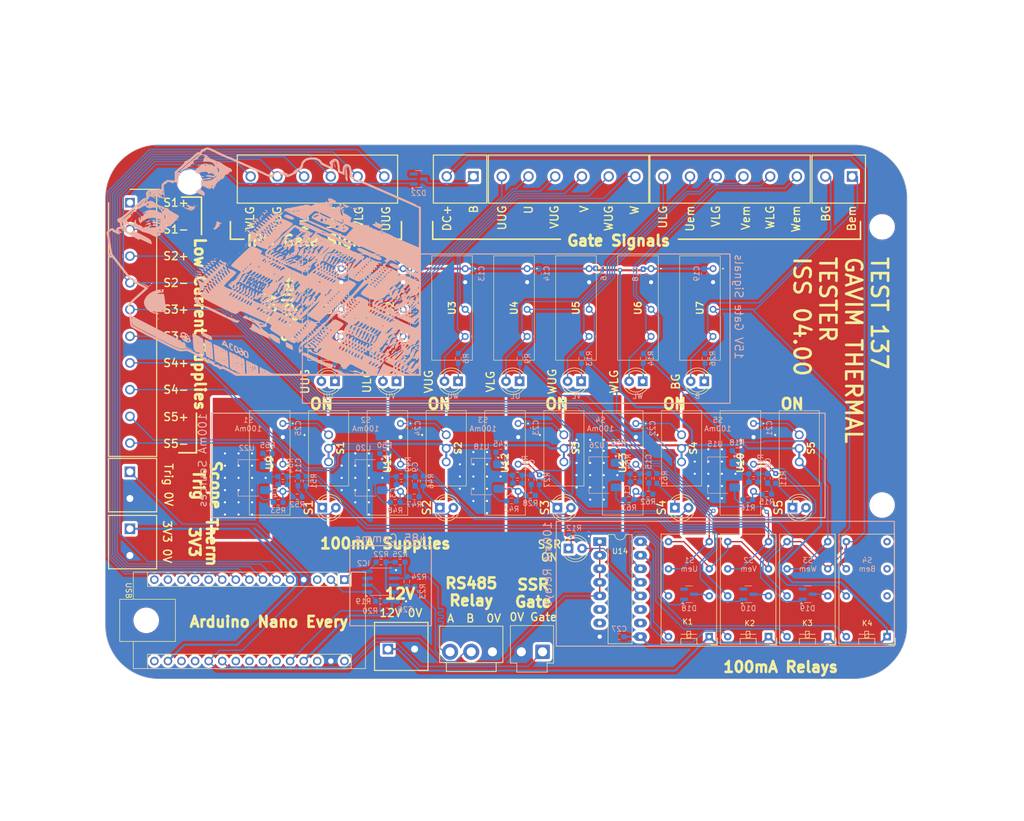
<source format=kicad_pcb>
(kicad_pcb (version 20240108) (generator "pcbnew") (generator_version "8.0")
  (layers (0 "F.Cu" signal) (31 "B.Cu" signal) (34 "B.Paste" user) (35 "F.Paste" user) (36 "B.SilkS" user "B.Silkscreen") (37 "F.SilkS" user "F.Silkscreen") (38 "B.Mask" user) (39 "F.Mask" user) (44 "Edge.Cuts" user))
  (net 0 "")
  (net 1 "/RS485 Comms/Rx")
  (net 2 "/RS485 Comms/En")
  (net 4 "GND")
  (net 5 "/RS485 Comms/Tx")
  (net 6 "/WLGate")
  (net 7 "/ULGate")
  (net 8 "/WUGate")
  (net 9 "/VUGate")
  (net 11 "/UUGate")
  (net 12 "/VLGate")
  (net 13 "/CurrNeg")
  (net 17 "/TRIG")
  (net 19 "Net-(D11-K)")
  (net 20 "+3V3")
  (net 21 "Net-(D11-A)")
  (net 22 "/DC Supplies/UUG+")
  (net 23 "/DC Supplies/VUG+")
  (net 24 "/DC Supplies/ULG+")
  (net 25 "/DC Supplies/VLG+")
  (net 26 "/DC Supplies/WUG+")
  (net 27 "+5V")
  (net 28 "/DC Supplies/WLG+")
  (net 30 "Net-(D2-K)")
  (net 31 "Net-(D3-K)")
  (net 32 "Net-(D4-K)")
  (net 33 "Net-(D5-K)")
  (net 34 "Net-(D7-K)")
  (net 35 "Net-(D8-K)")
  (net 36 "/Low Current/S1_100mA+")
  (net 37 "/Low Current/S2_100mA+")
  (net 38 "/Low Current/S3_100mA+")
  (net 39 "/DC Supplies/U")
  (net 40 "/DC Supplies/V")
  (net 41 "/DC Supplies/W")
  (net 42 "/DC Supplies/Uem")
  (net 43 "/DC Supplies/Vem")
  (net 44 "/DC Supplies/Wem")
  (net 56 "/Low Current/S3_0V")
  (net 57 "/Low Current/S4_0V")
  (net 58 "/Low Current/S1_0V")
  (net 59 "/Low Current/S2_0V")
  (net 61 "/DC Supplies/BG+")
  (net 62 "/B")
  (net 63 "/Low Current/S4_100mA+")
  (net 64 "Net-(C3-Pad1)")
  (net 65 "/DC+")
  (net 66 "/DC Supplies/Bem")
  (net 67 "Net-(C9-Pad1)")
  (net 68 "Net-(D13-K)")
  (net 69 "Net-(D10-K)")
  (net 70 "Net-(D14-K)")
  (net 71 "Net-(D18-K)")
  (net 72 "Net-(D13-A)")
  (net 73 "Net-(D14-A)")
  (net 74 "Net-(D15-A)")
  (net 75 "Net-(D15-K)")
  (net 76 "Net-(D16-A)")
  (net 77 "Net-(D16-K)")
  (net 78 "Net-(D19-K)")
  (net 79 "Net-(U14-O1)")
  (net 80 "Net-(U14-O2)")
  (net 81 "Net-(U14-O3)")
  (net 82 "Net-(D6-K)")
  (net 83 "Net-(D12-A)")
  (net 84 "Net-(D12-K)")
  (net 85 "/Low Current/S5_0V")
  (net 88 "+12V")
  (net 90 "Net-(U14-O4)")
  (net 91 "Net-(R50-Pad1)")
  (net 92 "Net-(U9-+Vin)")
  (net 93 "Net-(U11-+Vin)")
  (net 94 "Net-(U12-+Vin)")
  (net 95 "Net-(U13-+Vin)")
  (net 96 "Net-(U10-+Vin)")
  (net 97 "Net-(C1-Pad1)")
  (net 98 "Net-(C2-Pad1)")
  (net 99 "Net-(C4-Pad1)")
  (net 100 "Net-(C7-Pad1)")
  (net 101 "/Low Current/S5_100mA+")
  (net 102 "Net-(C8-Pad1)")
  (net 103 "Net-(C10-Pad1)")
  (net 104 "Net-(C11-Pad1)")
  (net 105 "Net-(C15-Pad1)")
  (net 106 "Net-(R18-Pad1)")
  (net 107 "Net-(R45-Pad1)")
  (net 108 "Net-(R55-Pad1)")
  (net 109 "Net-(R65-Pad1)")
  (net 110 "/RS485 Comms/B+")
  (net 111 "/RS485 Comms/B-")
  (footprint "LED_THT:LED_D4.0mm" (layer "F.Cu") (at 258.323 194.7705 180)
    (property "Reference" "D2" (hide yes))
    (property "Value" "RED LED")
  )
  (footprint "MountingHole:MountingHole_4.3mm_M4" (layer "F.Cu") (at 223.012 239.522)
    (property "Reference" "REF**" (hide yes))
    (property "Value" "MountingHole_4.3mm_M4")
  )
  (footprint "Imported Parts:CUI_TB001-500-02BE" (layer "F.Cu") (at 284.232 156.4165 180)
    (property "Reference" "J2" (hide yes))
    (property "Value" "Conn_01x02_Socket" (hide yes))
  )
  (footprint "LED_THT:LED_D4.0mm" (layer "F.Cu") (at 327.415568 194.7705 180)
    (property "Reference" "D8" (hide yes))
    (property "Value" "RED LED")
  )
  (footprint "Imported Parts:25136NAH" (layer "F.Cu") (at 344.755668 207.324 180)
    (property "Reference" "S5")
    (property "Value" "SPDT Slide Switch" (hide yes))
  )
  (footprint "LED_THT:LED_D4.0mm" (layer "F.Cu") (at 304.384712 194.7705 180)
    (property "Reference" "D6" (hide yes))
    (property "Value" "RED LED")
  )
  (footprint "Relay_THT:Relay_DPDT_Omron_G5V-2" (layer "F.Cu") (at 350.52 242.57 180)
    (property "Reference" "K3")
    (property "Value" "G5V-2")
  )
  (footprint "Imported Parts:SHDR10W100P0X500_1X10_5000X900X1250P" (layer "F.Cu") (at 219.972 161.332 -90)
    (property "Reference" "J10" (hide yes))
    (property "Value" "Conn_01x10_Socket" (hide yes))
  )
  (footprint "Imported Parts:25136NAH" (layer "F.Cu") (at 322.742333 207.324 180)
    (property "Reference" "S4")
    (property "Value" "SPDT Slide Switch" (hide yes))
  )
  (footprint "Imported Parts:TB00150006BE" (layer "F.Cu") (at 267.548 156.4245 180)
    (property "Reference" "J1" (hide yes))
    (property "Value" "Conn_01x06_Socket" (hide yes))
  )
  (footprint "LED_THT:LED_D4.0mm" (layer "F.Cu") (at 299.927382 218.431)
    (property "Reference" "D13" (hide yes))
    (property "Value" "GREEN LED")
  )
  (footprint "Relay_THT:Relay_DPDT_Omron_G5V-2" (layer "F.Cu") (at 361.611334 242.57 180)
    (property "Reference" "K4")
    (property "Value" "G5V-2")
  )
  (footprint "Imported Parts:TBA21213" (layer "F.Cu") (at 314.610664 202.674 -90)
    (property "Reference" "U13")
    (property "Value" "TBA2-1212" (hide yes))
  )
  (footprint "Imported Parts:TBA21213" (layer "F.Cu") (at 317.46264 173.6795 -90)
    (property "Reference" "U6")
    (property "Value" "TBA2-1213" (hide yes))
  )
  (footprint "Imported Parts:25136NAH" (layer "F.Cu") (at 300.729 207.324 180)
    (property "Reference" "S3")
    (property "Value" "SPDT Slide Switch" (hide yes))
  )
  (footprint "MountingHole:MountingHole_4.3mm_M4" (layer "F.Cu") (at 360.68 217.932)
    (property "Reference" "REF**" (hide yes))
    (property "Value" "MountingHole_4.3mm_M4")
  )
  (footprint "Imported Parts:CUI_TB001-500-02BE" (layer "F.Cu") (at 219.964 211.708 -90)
    (property "Reference" "J7" (hide yes))
    (property "Value" "Conn_01x02_Socket" (hide yes))
  )
  (footprint "LED_THT:LED_D4.0mm" (layer "F.Cu") (at 343.905668 218.431)
    (property "Reference" "D15" (hide yes))
    (property "Value" "GREEN LED")
  )
  (footprint "Relay_THT:Relay_DPDT_Omron_G5V-2" (layer "F.Cu") (at 328.337334 242.57 180)
    (property "Reference" "K1")
    (property "Value" "G5V-2" (hide yes))
  )
  (footprint "Relay_THT:Relay_DPDT_Omron_G5V-2" (layer "F.Cu") (at 339.428667 242.57 180)
    (property "Reference" "K2")
    (property "Value" "G5V-2")
  )
  (footprint "LED_THT:LED_D4.0mm" (layer "F.Cu") (at 281.353856 194.7705 180)
    (property "Reference" "D4" (hide yes))
    (property "Value" "RED LED")
  )
  (footprint "Imported Parts:TB00150006BE" (layer "F.Cu") (at 344.743332 156.4245 180)
    (property "Reference" "J4" (hide yes))
    (property "Value" "Conn_01x06_Socket" (hide yes))
  )
  (footprint "Imported Parts:TBA21213" (layer "F.Cu") (at 282.683856 173.6795 -90)
    (property "Reference" "U3")
    (property "Value" "TBA2-1213" (hide yes))
  )
  (footprint "LED_THT:LED_D4.0mm" (layer "F.Cu") (at 321.916525 218.431)
    (property "Reference" "D14" (hide yes))
    (property "Value" "GREEN LED")
  )
  (footprint "LED_THT:LED_D4.0mm" (layer "F.Cu") (at 277.938239 218.431)
    (property "Reference" "D12" (hide yes))
    (property "Value" "GREEN LED")
  )
  (footprint "Imported Parts:25136NAH" (layer "F.Cu") (at 256.702334 207.324 180)
    (property "Reference" "S1")
    (property "Value" "SPDT Slide Switch" (hide yes))
  )
  (footprint "Imported Parts:TBA21213" (layer "F.Cu") (at 248.570668 202.674 -90)
    (property "Reference" "U9")
    (property "Value" "TBA2-1212" (hide yes))
  )
  (footprint "Imported Parts:TBA21213" (layer "F.Cu") (at 271.090928 173.6795 -90)
    (property "Reference" "U2")
    (property "Value" "TBA2-1213" (hide yes))
  )
  (footprint "Imported Parts:TB00150006BE" (layer "F.Cu") (at 314.528 156.4245 180)
    (property "Reference" "J3" (hide yes))
    (property "Value" "Conn_01x06_Socket" (hide yes))
  )
  (footprint "LED_THT:LED_D4.0mm" (layer "F.Cu") (at 315.90014 194.7705 180)
    (property "Reference" "D7" (hide yes))
    (property "Value" "RED LED")
  )
  (footprint "Imported Parts:TBA21213" (layer "F.Cu") (at 292.597332 202.674 -90)
    (property "Reference" "U12")
    (property "Value" "TBA2-1212" (hide yes))
  )
  (footprint "Imported Parts:CUI_TB001-500-02BE" (layer "F.Cu") (at 355.068 156.4245 180)
    (property "Reference" "J5" (hide yes))
    (property "Value" "Conn_01x02_Socket" (hide yes))
  )
  (footprint "LED_THT:LED_D4.0mm" (layer "F.Cu") (at 255.949096 218.431)
    (property "Reference" "D11" (hide yes))
    (property "Value" "GREEN LED")
  )
  (footprint "Imported Parts:B3P-VH" (layer "F.Cu") (at 283.822 245.406 180)
    (property "Reference" "J9" (hide yes))
    (property "Value" "Conn_01x03_Socket")
  )
  (footprint "Imported Parts:25136NAH" (layer "F.Cu") (at 278.715667 207.324 180)
    (property "Reference" "S2")
    (property "Value" "SPDT Slide Switch" (hide yes))
  )
  (footprint "LED_THT:LED_D4.0mm" (layer "F.Cu") (at 292.869284 194.7705 180)
    (property "Reference" "D5" (hide yes))
    (property "Value" "RED LED")
  )
  (footprint "LED_THT:LED_D4.0mm" (layer "F.Cu") (at 302.009 226.06)
    (property "Reference" "D16" (hide yes))
    (property "Value" "GREEN LED")
  )
  (footprint "Imported Parts:JST_VH_B2P-VH_1x02_P3.96mm_Vertical" (layer "F.Cu") (at 297.1595 245.406 180)
    (property "Reference" "J8" (hide yes))
    (property "Value" "Conn_01x02_Socket")
  )
  (footprint "MountingHole:MountingHole_4.3mm_M4" (layer "F.Cu") (at 231.14 157.48)
    (property "Reference" "REF**" (hide yes))
    (property "Value" "MountingHole_4.3mm_M4")
  )
  (footprint "Imported Parts:Arduino_Nano" (layer "F.Cu") (at 260.096 231.902 -90)
    (property "Reference" "A1" (hide yes))
    (property "Value" "Arduino_Nano_Every" (hide yes))
  )
  (footprint "Imported Parts:TBA21213" (layer "F.Cu") (at 305.869712 173.6795 -90)
    (property "Reference" "U5")
    (property "Value" "TBA2-1213" (hide yes))
  )
  (footprint "Imported Parts:TBA21213" (layer "F.Cu") (at 336.623996 202.674 -90)
    (property "Reference" "U10")
    (property "Value" "TBA2-1212" (hide yes))
  )
  (footprint "Imported Parts:CUI_TB001-500-02BE" (layer "F.Cu") (at 268.224 244.8935)
    (property "Reference" "J11" (hide yes))
    (property "Value" "Conn_01x02_Socket" (hide yes))
  )
  (footprint "LED_THT:LED_D4.0mm" (layer "F.Cu") (at 269.838428 194.7705 180)
    (property "Reference" "D3" (hide yes))
    (property "Value" "RED LED")
  )
  (footprint "Imported Parts:TBA21213" (layer "F.Cu") (at 270.584 202.674 -90)
    (property "Reference" "U11")
    (property "Value" "TBA2-1212" (hide yes))
  )
  (footprint "Imported Parts:CUI_TB001-500-02BE" (layer "F.Cu") (at 219.964 222.376 -90)
    (property "Reference" "J6" (hide yes))
    (property "Value" "Conn_01x02_Socket" (hide yes))
  )
  (footprint "Package_DIP:DIP-16_W7.62mm_LongPads" (layer "F.Cu") (at 307.856 224.79)
    (property "Reference" "U14")
    (property "Value" "ULN2003")
  )
  (footprint "Imported Parts:TBA21213" (layer "F.Cu") (at 294.276784 173.6795 -90)
    (property "Reference" "U4")
    (property "Value" "TBA2-1213" (hide yes))
  )
  (footprint "Imported Parts:TBA21213" (layer "F.Cu") (at 259.498 173.6795 -90)
    (property "Reference" "U1")
    (property "Value" "TBA2-1213" (hide yes))
  )
  (footprint "Imported Parts:TBA21213" (layer "F.Cu") (at 329.055568 173.6795 -90)
    (property "Reference" "U7")
    (property "Value" "TBA2-1213" (hide yes))
  )
  (footprint "MountingHole:MountingHole_4.3mm_M4" (layer "F.Cu") (at 360.68 165.862)
    (property "Reference" "REF**" (hide yes))
    (property "Value" "MountingHole_4.3mm_M4")
  )
  (footprint "Resistor_SMD:R_0603_1608Metric_Pad0.98x0.95mm_HandSolder" (layer "B.Cu") (at 316.8915 215.886)
    (property "Reference" "R62")
    (property "Value" "NF")
  )
  (footprint "Resistor_SMD:R_0603_1608Metric_Pad0.98x0.95mm_HandSolder" (layer "B.Cu") (at 258.323 190.5 90)
    (property "Reference" "R5")
    (property "Value" "1k")
  )
  (footprint "Capacitor_SMD:C_0603_1608Metric_Pad1.08x0.95mm_HandSolder" (layer "B.Cu") (at 314.452 213.6)
    (property "Reference" "C1")
    (property "Value" "NF")
  )
  (footprint "Package_TO_SOT_SMD:SOT-223-3_TabPin2" (layer "B.Cu") (at 329.946 212.344 180)
    (property "Reference" "U15")
    (property "Value" "LT3092xST")
  )
  (footprint "Capacitor_SMD:C_0603_1608Metric_Pad1.08x0.95mm_HandSolder" (layer "B.Cu") (at 307.086 174.498 -90)
    (property "Reference" "C16")
    (property "Value" "100n")
  )
  (footprint "Capacitor_SMD:C_0603_1608Metric_Pad1.08x0.95mm_HandSolder" (layer "B.Cu") (at 248.5625 214.122)
    (property "Reference" "C4")
    (property "Value" "NF")
  )
  (footprint "Resistor_SMD:R_0603_1608Metric_Pad0.98x0.95mm_HandSolder" (layer "B.Cu") (at 251.259 216.408)
    (property "Reference" "R52")
    (property "Value" "NF")
  )
  (footprint "Resistor_SMD:R_0603_1608Metric_Pad0.98x0.95mm_HandSolder" (layer "B.Cu") (at 270.51 228.6 180)
    (property "Reference" "R25")
    (property "Value" "20k")
  )
  (footprint "Resistor_SMD:R_0603_1608Metric_Pad0.98x0.95mm_HandSolder" (layer "B.Cu") (at 327.539852 190.5 90)
    (property "Reference" "R26")
    (property "Value" "1k")
  )
  (footprint "Resistor_SMD:R_0603_1608Metric_Pad0.98x0.95mm_HandSolder" (layer "B.Cu") (at 266.8505 235.966 180)
    (property "Reference" "R19")
    (property "Value" "10k")
  )
  (footprint "Capacitor_SMD:C_0603_1608Metric_Pad1.08x0.95mm_HandSolder" (layer "B.Cu") (at 316.23 203.5545 -90)
    (property "Reference" "C22")
    (property "Value" "100n")
  )
  (footprint "Resistor_SMD:R_0603_1608Metric_Pad0.98x0.95mm_HandSolder" (layer "B.Cu") (at 339.0915 215.9)
    (property "Reference" "R15")
    (property "Value" "NF")
  )
  (footprint "Resistor_SMD:R_0603_1608Metric_Pad0.98x0.95mm_HandSolder" (layer "B.Cu") (at 292.456 212.344)
    (property "Reference" "R44")
    (property "Value" "2.2")
  )
  (footprint "Resistor_SMD:R_0603_1608Metric_Pad0.98x0.95mm_HandSolder" (layer "B.Cu") (at 247.703 217.424 180)
    (property "Reference" "R53")
    (property "Value" "NF")
  )
  (footprint "Resistor_SMD:R_0603_1608Metric_Pad0.98x0.95mm_HandSolder" (layer "B.Cu") (at 303.03 223.52)
    (property "Reference" "R12")
    (property "Value" "1k")
  )
  (footprint "Resistor_SMD:R_0603_1608Metric_Pad0.98x0.95mm_HandSolder" (layer "B.Cu") (at 252.9335 213.4605 90)
    (property "Reference" "R51")
    (property "Value" "1k")
  )
  (footprint "Capacitor_SMD:C_0603_1608Metric_Pad1.08x0.95mm_HandSolder" (layer "B.Cu") (at 336.652 213.614)
    (property "Reference" "C10" (hide yes))
    (property "Value" "NF")
  )
  (footprint "Resistor_SMD:R_0603_1608Metric_Pad0.98x0.95mm_HandSolder" (layer "B.Cu") (at 294.8955 216.154)
    (property "Reference" "R28")
    (property "Value" "NF")
  )
  (footprint "Package_TO_SOT_SMD:SOT-223-3_TabPin2" (layer "B.Cu") (at 242.1135 212.852 180)
    (property "Reference" "U22")
    (property "Value" "LT3092xST")
  )
  (footprint "Capacitor_SMD:C_0603_1608Metric_Pad1.08x0.95mm_HandSolder" (layer "B.Cu") (at 317.042 212.9385 90)
    (property "Reference" "C15")
    (property "Value" "NF")
  )
  (footprint "Capacitor_SMD:C_0603_1608Metric_Pad1.08x0.95mm_HandSolder" (layer "B.Cu") (at 339.242 212.9525 90)
    (property "Reference" "C8")
    (property "Value" "NF")
  )
  (footprint "Capacitor_SMD:C_0603_1608Metric_Pad1.08x0.95mm_HandSolder" (layer "B.Cu") (at 327.406 174.5985 -90)
    (property "Reference" "C19")
    (property "Value" "100n")
  )
  (footprint "Resistor_SMD:R_0603_1608Metric_Pad0.98x0.95mm_HandSolder" (layer "B.Cu") (at 269.5975 217.424 180)
    (property "Reference" "R48")
    (property "Value" "NF")
  )
  (footprint "Resistor_SMD:R_0603_1608Metric_Pad0.98x0.95mm_HandSolder" (layer "B.Cu") (at 340.766 212.9525 90)
    (property "Reference" "R11")
    (property "Value" "1k")
  )
  (footprint "Capacitor_SMD:C_0603_1608Metric_Pad1.08x0.95mm_HandSolder" (layer "B.Cu") (at 296.418 174.5985 -90)
    (property "Reference" "C14")
    (property "Value" "100n")
  )
  (footprint "Resistor_SMD:R_0603_1608Metric_Pad0.98x0.95mm_HandSolder" (layer "B.Cu") (at 273.304 234.0845 90)
    (property "Reference" "R23")
    (property "Value" "20k")
  )
  (footprint "Resistor_SMD:R_0603_1608Metric_Pad0.98x0.95mm_HandSolder" (layer "B.Cu") (at 289.3545 208.026)
    (property "Reference" "R45")
    (property "Value" "22k")
  )
  (footprint "Resistor_SMD:R_0603_1608Metric_Pad0.98x0.95mm_HandSolder" (layer "B.Cu") (at 292.931426 190.5 90)
    (property "Reference" "R9")
    (property "Value" "1k")
  )
  (footprint "Resistor_SMD:R_0603_1608Metric_Pad0.98x0.95mm_HandSolder" (layer "B.Cu") (at 273.1535 216.408)
    (property "Reference" "R47")
    (property "Value" "NF")
  )
  (footprint "Resistor_SMD:R_0603_1608Metric_Pad0.98x0.95mm_HandSolder" (layer "B.Cu") (at 248.5625 212.598)
    (property "Reference" "R54")
    (property "Value" "2.2")
  )
  (footprint "Resistor_SMD:R_0603_1608Metric_Pad0.98x0.95mm_HandSolder" (layer "B.Cu") (at 336.652 212.09)
    (property "Reference" "R17")
    (property "Value" "2.2")
  )
  (footprint "Capacitor_SMD:C_0603_1608Metric_Pad1.08x0.95mm_HandSolder" (layer "B.Cu") (at 295.046 213.2065 90)
    (property "Reference" "C7")
    (property "Value" "NF")
  )
  (footprint "Resistor_SMD:R_0603_1608Metric_Pad0.98x0.95mm_HandSolder" (layer "B.Cu") (at 313.3355 216.902 180)
    (property "Reference" "R63")
    (property "Value" "NF")
  )
  (footprint "Resistor_SMD:R_0603_1608Metric_Pad0.98x0.95mm_HandSolder" (layer "B.Cu") (at 296.57 213.2065 90)
    (property "Reference" "R27")
    (property "Value" "1k")
  )
  (footprint "Capacitor_SMD:C_0603_1608Metric_Pad1.08x0.95mm_HandSolder" (layer "B.Cu") (at 272.288 174.5985 -90)
    (property "Reference" "C17")
    (property "Value" "100n")
  )
  (footprint "Imported Parts:BAS16" (layer "B.Cu") (at 324.574834 234.63)
    (property "Reference" "D18")
    (property "Value" "BAS16")
  )
  (footprint "Capacitor_SMD:C_0603_1608Metric_Pad1.08x0.95mm_HandSolder" (layer "B.Cu") (at 338.074 203.5545 -90)
    (property "Reference" "C21")
    (property "Value" "100n")
  )
  (footprint "Imported Parts:BAS16" (layer "B.Cu") (at 273.9875 156.906)
    (property "Reference" "D22")
    (property "Value" "BAS16")
  )
  (footprint "Package_TO_SOT_SMD:SOT-223-3_TabPin2" (layer "B.Cu") (at 285.75 212.598 180)
    (property "Reference" "U18")
    (property "Value" "LT3092xST")
  )
  (footprint "Resistor_SMD:R_0603_1608Metric_Pad0.98x0.95mm_HandSolder" (layer "B.Cu") (at 245.718 208.28)
    (property "Reference" "R55")
    (property "Value" "22k")
  )
  (footprint "Capacitor_SMD:C_0603_1608Metric_Pad1.08x0.95mm_HandSolder" (layer "B.Cu") (at 292.456 213.868)
    (property "Reference" "C2")
    (property "Value" "NF")
  )
  (footprint "Capacitor_SMD:C_0603_1608Metric_Pad1.08x0.95mm_HandSolder" (layer "B.Cu") (at 272.288 203.5545 -90)
    (property "Reference" "C24")
    (property "Value" "100n")
  )
  (footprint "Resistor_SMD:R_0603_1608Metric_Pad0.98x0.95mm_HandSolder" (layer "B.Cu") (at 270.714 212.598)
    (property "Reference" "R49")
    (property "Value" "2.2")
  )
  (footprint "Capacitor_SMD:C_0603_1608Metric_Pad1.08x0.95mm_HandSolder" (layer "B.Cu") (at 250.19 203.5545 -90)
    (property "Reference" "C25")
    (property "Value" "100n")
  )
  (footprint "Resistor_SMD:R_0603_1608Metric_Pad0.98x0.95mm_HandSolder" (layer "B.Cu") (at 271.78 232.2595 90)
    (property "Reference" "R24")
    (property "Value" "120")
  )
  (footprint "Resistor_SMD:R_0603_1608Metric_Pad0.98x0.95mm_HandSolder" (layer "B.Cu") (at 304.467568 190.5 90)
    (property "Reference" "R13")
    (property "Value" "1k")
  )
  (footprint "Resistor_SMD:R_0603_1608Metric_Pad0.98x0.95mm_HandSolder" (layer "B.Cu") (at 266.954 228.6 180)
    (property "Reference" "R22")
    (property "Value" "10k")
  )
  (footprint "Resistor_SMD:R_0603_1608Metric_Pad0.98x0.95mm_HandSolder" (layer "B.Cu") (at 281.395284 190.5 90)
    (property "Reference" "R6")
    (property "Value" "1k")
  )
  (footprint "Resistor_SMD:R_0603_1608Metric_Pad0.98x0.95mm_HandSolder" (layer "B.Cu") (at 274.828 213.4605 90)
    (property "Reference" "R46")
    (property "Value" "1k")
  )
  (footprint "Resistor_SMD:R_0603_1608Metric_Pad0.98x0.95mm_HandSolder" (layer "B.Cu") (at 318.566 212.9385 90)
    (property "Reference" "R61")
    (property "Value" "1k")
  )
  (footprint "Resistor_SMD:R_0603_1608Metric_Pad0.98x0.95mm_HandSolder" (layer "B.Cu") (at 335.5355 216.916 180)
    (property "Reference" "R16")
    (property "Value" "NF")
  )
  (footprint "Capacitor_SMD:C_0603_1608Metric_Pad1.08x0.95mm_HandSolder" (layer "B.Cu") (at 284.226 174.5985 -90)
    (property "Reference" "C13")
    (property "Value" "100n")
  )
  (footprint "Capacitor_SMD:C_0603_1608Metric_Pad1.08x0.95mm_HandSolder" (layer "B.Cu") (at 270.764 235.966)
    (property "Reference" "C26")
    (property "Value" "100n")
  )
  (footprint "Resistor_SMD:R_0603_1608Metric_Pad0.98x0.95mm_HandSolder" (layer "B.Cu") (at 314.452 212.076)
    (property "Reference" "R64")
    (property "Value" "2.2")
  )
  (footprint "Resistor_SMD:R_0603_1608Metric_Pad0.98x0.95mm_HandSolder" (layer "B.Cu") (at 269.859142 190.5 90)
    (property "Reference" "R8")
    (property "Value" "1k")
  )
  (footprint "Capacitor_SMD:C_0603_1608Metric_Pad1.08x0.95mm_HandSolder" (layer "B.Cu") (at 311.5045 242.57 180)
    (property "Reference" "C27")
    (property "Value" "100n")
  )
  (footprint "Capacitor_SMD:C_0603_1608Metric_Pad1.08x0.95mm_HandSolder" (layer "B.Cu") (at 294.386 203.454 -90)
    (property "Reference" "C23")
    (property "Value" "100n")
  )
  (footprint "Capacitor_SMD:C_0603_1608Metric_Pad1.08x0.95mm_HandSolder" (layer "B.Cu") (at 251.4095 213.4605 90)
    (property "Reference" "C11")
    (property "Value" "NF")
  )
  (footprint "Capacitor_SMD:C_0603_1608Metric_Pad1.08x0.95mm_HandSolder" (layer "B.Cu") (at 315.976 174.6515 -90)
    (property "Reference" "C18")
    (property "Value" "100n")
  )
  (footprint "Imported Parts:BAS16" (layer "B.Cu") (at 335.666167 234.63)
    (property "Reference" "D10")
    (property "Value" "BAS16")
  )
  (footprint "Package_TO_SOT_SMD:SOT-223-3_TabPin2" (layer "B.Cu") (at 264.008 212.852 180)
    (property "Reference" "U20")
    (property "Value" "LT3092xST")
  )
  (footprint "Resistor_SMD:R_0603_1608Metric_Pad0.98x0.95mm_HandSolder" (layer "B.Cu") (at 291.3395 217.17 180)
    (property "Reference" "R43")
    (property "Value" "NF")
  )
  (footprint "Capacitor_SMD:C_0603_1608Metric_Pad1.08x0.95mm_HandSolder" (layer "B.Cu") (at 261.112 174.5985 -90)
    (property "Reference" "C12")
    (property "Value" "100n")
  )
  (footprint "Resistor_SMD:R_0603_1608Metric_Pad0.98x0.95mm_HandSolder" (layer "B.Cu") (at 333.5505 207.772)
    (property "Reference" "R18")
    (property "Value" "22k")
  )
  (footprint "Resistor_SMD:R_0603_1608Metric_Pad0.98x0.95mm_HandSolder" (layer "B.Cu") (at 311.3505 207.758)
    (property "Reference" "R65")
    (property "Value" "22k")
  )
  (footprint "Imported Parts:BAS16" (layer "B.Cu") (at 346.7575 234.63)
    (property "Reference" "D19")
    (property "Value" "BAS16")
  )
  (footprint "Resistor_SMD:R_0603_1608Metric_Pad0.98x0.95mm_HandSolder" (layer "B.Cu") (at 316.00371 190.5 90)
    (property "Reference" "R14")
    (property "Value" "1k")
  )
  (footprint "Easy EDA Parts:IGBT2" (layer "B.Cu") (at 244.348 171.958 180)
    (property "Reference" "G***")
    (property "Value" "LOGO" (hide yes))
  )
  (footprint "Capacitor_SMD:C_0603_1608Metric_Pad1.08x0.95mm_HandSolder" (layer "B.Cu") (at 273.304 213.4605 90)
    (property "Reference" "C9")
    (property "Value" "NF")
  )
  (footprint "Resistor_SMD:R_0603_1608Metric_Pad0.98x0.95mm_HandSolder" (layer "B.Cu") (at 267.6125 208.28)
    (property "Reference" "R50")
    (property "Value" "22k")
  )
  (footprint "Capacitor_SMD:C_0603_1608Metric_Pad1.08x0.95mm_HandSolder" (layer "B.Cu") (at 270.714 214.122)
    (property "Reference" "C3")
    (property "Value" "NF")
  )
  (footprint "Package_TO_SOT_SMD:SOT-223-3_TabPin2" (layer "B.Cu") (at 307.746 212.33 180)
    (property "Reference" "U26")
    (property "Value" "LT3092xST")
  )
  (footprint "Package_SO:SOIC-8_3.9x4.9mm_P1.27mm" (layer "B.Cu") (at 266.889 232.283)
    (property "Reference" "IC2")
    (property "Value" "MAX485CSA+T")
  )
  (footprint "Resistor_SMD:R_0603_1608Metric_Pad0.98x0.95mm_HandSolder" (layer "B.Cu") (at 268.0735 237.744 180)
    (property "Reference" "R20")
    (property "Value" "10k")
  )
  (gr_rect (start 299.72 220.98) (end 362.966 244.348) (stroke (width 0.2)) (fill none) (layer "B.SilkS"))
  (gr_rect (start 252.222 170.942) (end 332.232 198.882) (stroke (width 0.2)) (fill none) (layer "B.SilkS"))
  (gr_rect (start 235.204 200.738001) (end 350.012 220.296001) (stroke (width 0.2)) (fill none) (layer "B.SilkS"))
  (gr_rect (start 261.112 225.552) (end 276.352 240.538) (stroke (width 0.2)) (fill none) (layer "B.SilkS"))
  (gr_line (start 270.764 168.172) (end 270.764 164.87) (stroke (width 0.3)) (layer "F.SilkS"))
  (gr_line (start 322.58 168.172) (end 356.632 168.172) (stroke (width 0.3)) (layer "F.SilkS"))
  (gr_line (start 268.224 168.172) (end 270.764 168.172) (stroke (width 0.3)) (layer "F.SilkS"))
  (gr_line (start 241.3 168.172) (end 238.76 168.172) (stroke (width 0.3)) (layer "F.SilkS"))
  (gr_line (start 232.41 208.152) (end 232.41 200.732) (stroke (width 0.3)) (layer "F.SilkS"))
  (gr_line (start 356.632 168.172) (end 356.632 164.87) (stroke (width 0.3)) (layer "F.SilkS"))
  (gr_line (start 300.482 168.172) (end 276.612 168.172) (stroke (width 0.3)) (layer "F.SilkS"))
  (gr_line (start 233.3545 160.29) (end 229.616 160.29) (stroke (width 0.3)) (layer "F.SilkS"))
  (gr_line (start 233.3545 167.306) (end 233.3545 160.29) (stroke (width 0.3)) (layer "F.SilkS"))
  (gr_line (start 238.76 168.172) (end 238.76 164.87) (stroke (width 0.3)) (layer "F.SilkS"))
  (gr_line (start 232.41 208.152) (end 229.108 208.152) (stroke (width 0.3)) (layer "F.SilkS"))
  (gr_line (start 276.612 168.172) (end 276.612 164.87) (stroke (width 0.3)) (layer "F.SilkS"))
  (gr_arc (start 365.366 240.4805) (mid 362.437068 247.551568) (end 355.366 250.4805) (stroke (width 0.1)) (layer "Edge.Cuts"))
  (gr_arc (start 225.366 250.4805) (mid 218.294932 247.551568) (end 215.366 240.4805) (stroke (width 0.1)) (layer "Edge.Cuts"))
  (gr_line (start 215.366 240.4805) (end 215.366 160.4805) (stroke (width 0.1)) (layer "Edge.Cuts"))
  (gr_arc (start 355.366 150.4805) (mid 362.437068 153.409432) (end 365.366 160.4805) (stroke (width 0.1)) (layer "Edge.Cuts"))
  (gr_line (start 225.366 150.4805) (end 355.366 150.4805) (stroke (width 0.1)) (layer "Edge.Cuts"))
  (gr_line (start 365.366 160.4805) (end 365.366 240.4805) (stroke (width 0.1)) (layer "Edge.Cuts"))
  (gr_arc (start 215.366 160.4805) (mid 218.294932 153.409432) (end 225.366 150.4805) (stroke (width 0.1)) (layer "Edge.Cuts"))
  (gr_line (start 355.366 250.4805) (end 225.366 250.4805) (stroke (width 0.1)) (layer "Edge.Cuts"))
  (gr_text "VL" (at 303.527301 198.12 0) (layer "B.SilkS") (effects (font (size 1 1)) (justify bottom mirror)))
  (gr_text "WL" (at 314.998317 198.12 0) (layer "B.SilkS") (effects (font (size 1 1)) (justify bottom mirror)))
  (gr_text "B" (at 326.136 198.12 0) (layer "B.SilkS") (effects (font (size 1 1)) (justify bottom mirror)))
  (gr_text "S1\n100mA\n" (at 242.1135 204.216 0) (layer "B.SilkS") (effects (font (size 1 1)) (justify bottom mirror)))
  (gr_text "S5\n100mA\n" (at 329.946 204.216 0) (layer "B.SilkS") (effects (font (size 1 1)) (justify bottom mirror)))
  (gr_text "S2\nVem" (at 335.703333 230.47175 0) (layer "B.SilkS") (effects (font (size 1 1)) (justify bottom mirror)))
  (gr_text "WU" (at 280.418603 198.12 0) (layer "B.SilkS") (effects (font (size 1 1)) (justify bottom mirror)))
  (gr_text "UU" (at 257.048 198.12 0) (layer "B.SilkS") (effects (font (size 1 1)) (justify bottom mirror)))
  (gr_text "S3\nWem" (at 346.794666 230.47175 0) (layer "B.SilkS") (effects (font (size 1 1)) (justify bottom mirror)))
  (gr_text "100mA Sources" (at 234.442 209.573714 90) (layer "B.SilkS") (effects (font (size 1.5 1.5) (thickness 0.2)) (justify bottom mirror)))
  (gr_text "S1\nUem\n" (at 324.612 230.47175 0) (layer "B.SilkS") (effects (font (size 1 1)) (justify bottom mirror)))
  (gr_text "100mA Relays" (at 298.958 229.029999 90) (layer "B.SilkS") (effects (font (size 1.5 1.5) (thickness 0.2)) (justify bottom mirror)))
  (gr_text "VU" (at 268.709492 198.12 0) (layer "B.SilkS") (effects (font (size 1 1)) (justify bottom mirror)))
  (gr_text "S4\n100mA\n" (at 307.987875 204.216 0) (layer "B.SilkS") (effects (font (size 1 1)) (justify bottom mirror)))
  (gr_text "485 Comms" (at 268.732 225.044 0) (layer "B.SilkS") (effects (font (size 1.5 1.5) (thickness 0.2)) (justify bottom mirror)))
  (gr_text "15V Gate Signals" (at 332.994 180.813428 -90) (layer "B.SilkS") (effects (font (size 1.5 1.5) (thickness 0.2)) (justify bottom mirror)))
  (gr_text "S4\nBem" (at 357.886 230.47175 0) (layer "B.SilkS") (effects (font (size 1 1)) (justify bottom mirror)))
  (gr_text "S2\n100mA\n" (at 264.071625 204.216 0) (layer "B.SilkS") (effects (font (size 1 1)) (justify bottom mirror)))
  (gr_text "UL" (at 292.103904 198.12 0) (layer "B.SilkS") (effects (font (size 1 1)) (justify bottom mirror)))
  (gr_text "S3\n100mA\n" (at 286.02975 204.216 0) (layer "B.SilkS") (effects (font (size 1 1)) (justify bottom mirror)))
  (gr_text "ON" (at 275.390667 200.174 0) (layer "F.SilkS") (effects (font (size 2 2) (thickness 0.5) (bold yes)) (justify left bottom)))
  (gr_text "S4+" (at 226.06 192.20875 0) (layer "F.SilkS") (effects (font (size 1.5 1.5) (thickness 0.25) (bold yes)) (justify left bottom)))
  (gr_text "WUG" (at 253.488 166.973357 90) (layer "F.SilkS") (effects (font (size 1.5 1.5) (thickness 0.25) (bold yes)) (justify left bottom)))
  (gr_text "100mA Relays" (at 330.708 249.428 0) (layer "F.SilkS") (effects (font (size 2 2) (thickness 0.5) (bold yes)) (justify left bottom)))
  (gr_text "WUG" (at 299.847 197.388358 90) (layer "F.SilkS") (effects (font (size 1.5 1.5) (thickness 0.25) (bold yes)) (justify left bottom)))
  (gr_text "ON" (at 253.377334 200.174 0) (layer "F.SilkS") (effects (font (size 2 2) (thickness 0.5) (bold yes)) (justify left bottom)))
  (gr_text "S5+" (at 226.06 202.32275 0) (layer "F.SilkS") (effects (font (size 1.5 1.5) (thickness 0.25) (bold yes)) (justify left bottom)))
  (gr_text "S2" (at 276.361996 220.0025 90) (layer "F.SilkS") (effects (font (size 1.5 1.5) (thickness 0.25) (bold yes)) (justify left bottom)))
  (gr_text "ULG" (at 320.548 166.3305 90) (layer "F.SilkS") (effects (font (size 1.5 1.5) (thickness 0.25) (bold yes)) (justify left bottom)))
  (gr_text "SSR\nON" (at 298.45 228.6 0) (layer "F.SilkS") (effects (font (size 1.5 1.5) (thickness 0.25) (bold yes)) (justify bottom)))
  (gr_text "S4-" (at 226.06 197.20875 0) (layer "F.SilkS") (effects (font (size 1.5 1.5) (thickness 0.25) (bold yes)) (justify left bottom)))
  (gr_text "12V 0V" (at 266.499001 239.014 0) (layer "F.SilkS") (effects (font (size 1.5 1.5) (thickness 0.25) (bold yes)) (justify left bottom)))
  (gr_text "ON" (at 319.417333 200.174 0) (layer "F.SilkS") (effects (font (size 2 2) (thickness 0.5) (bold yes)) (justify left bottom)))
  (gr_text "BG" (at 351.044 165.044785 90) (layer "F.SilkS") (effects (font (size 1.5 1.5) (thickness 0.25) (bold yes)) (justify left bottom)))
  (gr_text "RS485\nRelay" (at 283.822 236.982 0) (layer "F.SilkS") (effects (font (size 2 2) (thickness 0.5) (bold yes)) (justify bottom)))
  (gr_text "WUG" (at 310.41 166.8305 90) (layer "F.SilkS") (effects (font (size 1.5 1.5) (thickness 0.25) (bold yes)) (justify left bottom)))
  (gr_text "U" (at 295.424 163.616214 90) (layer "F.SilkS") (effects (font (size 1.5 1.5) (thickness 0.25) (bold yes)) (justify left bottom)))
  (gr_text "VLG" (at 288.29 196.9955 90) (layer "F.SilkS") (effects (font (size 1.5 1.5) (thickness 0.25) (bold yes)) (justify left bottom)))
  (gr_text "SSR\nGate" (at 295.402 237.236 0) (layer "F.SilkS") (effects (font (size 2 2) (thickness 0.5) (bold yes)) (justify bottom)))
  (gr_text "A  B  0V" (at 279.146 240.03 0) (layer "F.SilkS") (effects (font (size 1.5 1.5) (thickness 0.25) (bold yes)) (justify left bottom)))
  (gr_text "S5-" (at 226.06 207.32275 0) (layer "F.SilkS") (effects (font (size 1.5 1.5) (thickness 0.25) (bold yes)) (justify left bottom)))
  (gr_text "ON" (at 341.430668 200.174 0) (layer "F.SilkS") (effects (font (size 2 2) (thickness 0.5) (bold yes)) (justify left bottom)))
  (gr_text "Vem" (at 336.042 166.616213 90) (layer "F.SilkS") (effects (font (size 1.5 1.5) (thickness 0.25) (bold yes)) (justify left bottom)))
  (gr_text "DC+" (at 280.16575 166.8305 90) (layer "F.SilkS") (effects (font (size 1.5 1.5) (thickness 0.25) (bold yes)) (justify left bottom)))
  (gr_text "WLG" (at 243.304 166.616214 90) (layer "F.SilkS") (effects (font (size 1.5 1.5) (thickness 0.25) (bold yes)) (justify left bottom)))
  (gr_text "S2+" (at 226.06 172.20875 0) (layer "F.SilkS") (effects (font (size 1.5 1.5) (thickness 0.25) (bold yes)) (justify left bottom)))
  (gr_text "Scope\nTrig" (at 231.648 214.208 270) (layer "F.SilkS") (effects (font (size 2 2) (thickness 0.5) (bold yes)) (justify bottom)))
  (gr_text "S1-" (at 226.06 167.20875 0) (layer "F.SilkS") (effects (font (size 1.5 1.5) (thickness 0.25) (bold yes)) (justify left bottom)))
  (gr_text "VLG" (at 263.672 166.187642 90) (layer "F.SilkS") (effects (font (size 1.5 1.5) (thickness 0.25) (bold yes)) (justify left bottom)))
  (gr_text "UUG" (at 268.764 166.8305 90) (layer "F.SilkS") (effects (font (size 1.5 1.5) (thickness 0.25) (bold yes)) (justify left bottom)))
  (gr_text "Low Current Supplies" (at 231.902 200.47724 -90) (layer "F.SilkS") (effects (font (size 2 2) (thickness 0.5) (bold yes)) (justify right bottom)))
  (gr_text "S3-" (at 226.06 187.20875 0) (layer "F.SilkS") (effects (font (size 1.5 1.5) (thickness 0.25) (bold yes)) (justify left bottom)))
  (gr_text "12V" (at 267.412095 235.712 0) (layer "F.SilkS") (effects (font (size 2 2) (thickness 0.5) (bold yes)) (justify left bottom)))
  (gr_text "ULG" (at 258.58 166.473357 90) (layer "F.SilkS") (effects (font (size 1.5 1.5) (thickness 0.25) (bold yes)) (justify left bottom)))
  (gr_text "S2-" (at 226.06 177.20875 0) (layer "F.SilkS") (effects (font (size 1.5 1.5) (thickness 0.25) (bold yes)) (justify left bottom)))
  (gr_text "VUG" (at 276.733 197.174072 90) (layer "F.SilkS") (effects (font (size 1.5 1.5) (thickness 0.25) (bold yes)) (justify left bottom)))
  (gr_text "B" (at 285.16575 163.473357 90) (layer "F.SilkS") (effects (font (size 1.5 1.5) (thickness 0.25) (bold yes)) (justify left bottom)))
  (gr_text "VUG" (at 300.25 166.37 90) (layer "F.SilkS") (effects (font (size 1.5 1.5) (thickness 0.25) (bold yes)) (justify left bottom)))
  (gr_text "S3" (at 298.459996 220.0025 90) (layer "F.SilkS") (effects (font (size 1.5 1.5) (thickness 0.25) (bold yes)) (justify left bottom)))
  (gr_text "V" (at 305.838 163.330499 90) (layer "F.SilkS") (effects (font (size 1.5 1.5) (thickness 0.25) (bold yes)) (justify left bottom)))
  (gr_text "VLG" (at 330.454 166.044785 90) (layer "F.SilkS") (effects (font (size 1.5 1.5) (thickness 0.25) (bold yes)) (justify left bottom)))
  (gr_text "3V3 0V" (at 226.06 220.651001 -90) (layer "F.SilkS") (effects (font (size 1.5 1.5) (thickness 0.25) (bold yes)) (justify left bottom)))
  (gr_text "15V\nSupplies" (at 250.698 181.0545 90) (layer "F.SilkS") (effects (font (size 2 2) (thickness 0.5) (bold yes)) (justify bottom)))
  (gr_text "ULG" (at 265.176 197.138358 90) (layer "F.SilkS") (effects (font (size 1.5 1.5) (thickness 0.25) (bold yes)) (justify left bottom)))
  (gr_text "Wem" (at 345.44 167.044785 90) (layer "F.SilkS") (effects (font (size 1.5 1.5) (thickness 0.25) (bold yes)) (justify left bottom)))
  (gr_text "W" (at 315.236 163.759071 90) (layer "F.SilkS") (effects (font (size 1.5 1.5) (thickness 0.25) (bold yes)) (justify left bottom)))
  (gr_text "BG" (at 322.961 196.4955 90) (layer "F.SilkS") (effects (font (size 1.5 1.5) (thickness 0.25) (bold yes)) (justify left bottom)))
  (gr_text "S5" (at 342.147996 220.0025 90) (layer "F.SilkS") (effects (font (size 1.5 1.5) (thickness 0.25) (bold yes)) (justify left bottom)))
  (gr_text "S1+" (at 226.06 162.20875 0) (layer "F.SilkS") (effects (font (size 1.5 1.5) (thickness 0.25) (bold yes)) (justify left bottom)))
  (gr_text "0V Gate" (at 290.83 239.776 0) (layer "F.SilkS") (effects (font (size 1.5 1.5) (thickness 0.25) (bold yes)) (justify left bottom)))
  (gr_text "S3+" (at 226.06 182.20875 0) (layer "F.SilkS") (effects (font (size 1.5 1.5) (thickness 0.25) (bold yes)) (justify left bottom)))
  (gr_text "TEST 137\nGAVIM THERMAL \nTESTER\nISS 04.00" (at 343.916 171.196 270) (layer "F.SilkS") (effects (font (size 3 3) (thickness 0.5) (bold yes)) (justify left bottom)))
  (gr_text "UUG" (at 290.46175 166.655715 90) (layer "F.SilkS") (effects (font (size 1.5 1.5) (thickness 0.25) (bold yes)) (justify left bottom)))
  (gr_text "S1" (at 254.263996 220.0025 90) (layer "F.SilkS") (effects (font (size 1.5 1.5) (thickness 0.25) (bold yes)) (justify left bottom)))
  (gr_text "S4" (at 320.303996 220.0025 90) (layer "F.SilkS") (effects (font (size 1.5 1.5) (thickness 0.25) (bold yes)) (justify left bottom)))
  (gr_text "Gate Signals\n" (at 301.498 169.6245 0) (layer "F.SilkS") (effects (font (size 2 2) (thickness 0.5) (bold yes)) (justify left bottom)))
  (gr_text "WLG" (at 311.404 197.209786 90) (layer "F.SilkS") (effects (font (size 1.5 1.5) (thickness 0.25) (bold yes)) (justify left bottom)))
  (gr_text "Therm\n3V3" (at 230.886 224.876 -90) (layer "F.SilkS") (effects (font (size 2 2) (thickness 0.5) (bold yes)) (justify bottom)))
  (gr_text "100mA Supplies" (at 255.27 226.314 0) (layer "F.SilkS") (effects (font (size 2 2) (thickness 0.5) (bold yes)) (justify left bottom)))
  (gr_text "Uem" (at 325.628 166.901928 90) (layer "F.SilkS") (effects (font (size 1.5 1.5) (thickness 0.25) (bold yes)) (justify left bottom)))
  (gr_text "Trig 0V" (at 226.314 209.983001 -90) (layer "F.SilkS") (effects (font (size 1.5 1.5) (thickness 0.25) (bold yes)) (justify left bottom)))
  (gr_text "WLG" (at 340.614 166.473357 90) (layer "F.SilkS") (effects (font (size 1.5 1.5) (thickness 0.25) (bold yes)) (justify left bottom)))
  (gr_text "Arduino Nano Every" (at 230.886 240.9645 0) (layer "F.SilkS") (effects (font (size 2 2) (thickness 0.5) (bold yes)) (justify left bottom)))
  (gr_text "IPM Gate Signals\n" (at 241.545618 169.6245 0) (layer "F.SilkS") (effects (font (size 2 2) (thickness 0.5) (bold yes)) (justify left bottom)))
  (gr_text "Bem" (at 355.87 166.830499 90) (layer "F.SilkS") (effects (font (size 1.5 1.5) (thickness 0.25) (bold yes)) (justify left bottom)))
  (gr_text "ON" (at 297.404 200.174 0) (layer "F.SilkS") (effects (font (size 2 2) (thickness 0.5) (bold yes)) (justify left bottom)))
  (gr_text "UUG" (at 253.619 197.316929 90) (layer "F.SilkS") (effects (font (size 1.5 1.5) (thickness 0.25) (bold yes)) (justify left bottom)))
  (gr_text "VUG" (at 248.396 166.544785 90) (layer "F.SilkS") (effects (font (size 1.5 1.5) (thickness 0.25) (bold yes)) (justify left bottom)))
  (segment (start 257.556 231.902) (end 259.842 234.188) (width 0.25) (layer "B.Cu") (net 1))
  (segment (start 259.842 234.188) (end 264.414 234.188) (width 0.25) (layer "B.Cu") (net 1))
  (segment (start 265.938 235.712) (end 264.414 234.188) (width 0.25) (layer "B.Cu") (net 1))
  (segment (start 266.7505 234.4925) (end 265.176 232.918) (width 0.25) (layer "B.Cu") (net 2))
  (segment (start 267.161 237.744) (end 266.7505 237.3335) (width 0.25) (layer "B.Cu") (net 2))
  (segment (start 264.414 231.648) (end 264.414 232.918) (width 0.25) (layer "B.Cu") (net 2))
  (segment (start 266.7505 237.3335) (end 266.7505 234.4925) (width 0.25) (layer "B.Cu") (net 2))
  (segment (start 267.161 237.744) (end 259.334 237.744) (width 0.25) (layer "B.Cu") (net 2))
  (segment (start 259.334 237.744) (end 249.936 247.142) (width 0.25) (layer "B.Cu") (net 2))
  (via (at 271.626498 235.966001) (size 0.8) (drill 0.4) (layers "F.Cu" "B.Cu") (net 4))
  (via (at 305.816 223.774) (size 0.8) (drill 0.4) (layers "F.Cu" "B.Cu") (net 4))
  (via (at 269.748 230.124) (size 0.8) (drill 0.4) (layers "F.Cu" "B.Cu") (net 4))
  (segment (start 305.562 223.52) (end 305.816 223.774) (width 0.4) (layer "B.Cu") (net 4))
  (segment (start 294.276784 176.2195) (end 295.6595 176.2195) (width 0.4) (layer "B.Cu") (net 4))
  (segment (start 269.494 230.378) (end 269.748 230.124) (width 0.4) (layer "B.Cu") (net 4))
  (segment (start 261.112 175.461) (end 260.2565 175.461) (width 0.4) (layer "B.Cu") (net 4))
  (segment (start 283.442356 175.461) (end 282.683856 176.2195) (width 0.4) (layer "B.Cu") (net 4))
  (segment (start 249.314668 204.47) (end 248.570668 205.214) (width 0.4) (layer "B.Cu") (net 4))
  (segment (start 315.407664 204.417) (end 314.610664 205.214) (width 0.4) (layer "B.Cu") (net 4))
  (segment (start 337.420996 204.417) (end 336.623996 205.214) (width 0.4) (layer "B.Cu") (net 4))
  (segment (start 271.381 204.417) (end 270.584 205.214) (width 0.4) (layer "B.Cu") (net 4))
  (segment (start 306.227 176.2195) (end 307.086 175.3605) (width 0.4) (layer "B.Cu") (net 4))
  (segment (start 329.055568 176.2195) (end 328.1645 176.2195) (width 0.4) (layer "B.Cu") (net 4))
  (segment (start 293.494832 204.3165) (end 292.597332 205.214) (width 0.4) (layer "B.Cu") (net 4))
  (segment (start 271.5295 176.2195) (end 272.288 175.461) (width 0.4) (layer "B.Cu") (net 4))
  (segment (start 304.4425 223.52) (end 305.562 223.52) (width 0.4) (layer "B.Cu") (net 4))
  (segment (start 272.335 235.966) (end 273.304 234.997) (width 0.4) (layer "B.Cu") (net 4))
  (segment (start 284.226 175.461) (end 283.442356 175.461) (width 0.4) (layer "B.Cu") (net 4))
  (segment (start 316.23 204.417) (end 315.407664 204.417) (width 0.4) (layer "B.Cu") (net 4))
  (segment (start 317.46264 176.2195) (end 316.6815 176.2195) (width 0.4) (layer "B.Cu") (net 4))
  (segment (start 310.642 242.57) (end 307.856 242.57) (width 0.4) (layer "B.Cu") (net 4))
  (segment (start 294.386 204.3165) (end 293.494832 204.3165) (width 0.4) (layer "B.Cu") (net 4))
  (segment (start 338.074 204.417) (end 337.420996 204.417) (width 0.4) (layer "B.Cu") (net 4))
  (segment (start 328.1645 176.2195) (end 327.406 175.461) (width 0.4) (layer "B.Cu") (net 4))
  (segment (start 271.6265 235.966) (end 272.335 235.966) (width 0.4) (layer "B.Cu") (net 4))
  (segment (start 260.2565 175.461) (end 259.498 176.2195) (width 0.4) (layer "B.Cu") (net 4))
  (segment (start 250.19 204.47) (end 249.314668 204.47) (width 0.4) (layer "B.Cu") (net 4))
  (segment (start 272.288 204.417) (end 271.381 204.417) (width 0.4) (layer "B.Cu") (net 4))
  (segment (start 295.6595 176.2195) (end 296.418 175.461) (width 0.4) (layer "B.Cu") (net 4))
  (segment (start 316.6815 176.2195) (end 315.976 175.514) (width 0.4) (layer "B.Cu") (net 4))
  (segment (start 266.0415 228.7505) (end 264.414 230.378) (width 0.25) (layer "B.Cu") (net 5))
  (segment (start 261.62 230.378) (end 264.414 230.378) (width 0.25) (layer "B.Cu") (net 5))
  (segment (start 260.096 231.902) (end 261.62 230.378) (width 0.25) (layer "B.Cu") (net 5))
  (segment (start 262.5075 151.384) (end 223.651624 151.384) (width 0.25) (layer "B.Cu") (net 6))
  (segment (start 215.814 159.221624) (end 215.814 227.610062) (width 0.25) (layer "B.Cu") (net 6))
  (segment (start 218.980938 230.777) (end 236.111 230.777) (width 0.25) (layer "B.Cu") (net 6))
  (segment (start 215.814 227.610062) (end 218.980938 230.777) (width 0.25) (layer "B.Cu") (net 6))
  (segment (start 236.111 230.777) (end 237.236 231.902) (width 0.25) (layer "B.Cu") (net 6))
  (segment (start 223.651624 151.384) (end 215.814 159.221624) (width 0.25) (layer "B.Cu") (net 6))
  (segment (start 267.548 156.4245) (end 262.5075 151.384) (width 0.25) (layer "B.Cu") (net 6))
  (segment (start 240.291 229.877) (end 242.316 231.902) (width 0.25) (layer "B.Cu") (net 7))
  (segment (start 216.714 227.23727) (end 219.35373 229.877) (width 0.25) (layer "B.Cu") (net 7))
  (segment (start 224.024416 152.284) (end 216.714 159.594416) (width 0.25) (layer "B.Cu") (net 7))
  (segment (start 253.4075 152.284) (end 224.024416 152.284) (width 0.25) (layer "B.Cu") (net 7))
  (segment (start 257.548 156.4245) (end 253.4075 152.284) (width 0.25) (layer "B.Cu") (net 7))
  (segment (start 219.35373 229.877) (end 240.291 229.877) (width 0.25) (layer "B.Cu") (net 7))
  (segment (start 216.714 159.594416) (end 216.714 227.23727) (width 0.25) (layer "B.Cu") (net 7))
  (segment (start 242.381 229.427) (end 219.540126 229.427) (width 0.25) (layer "B.Cu") (net 8))
  (segment (start 244.856 231.902) (end 242.381 229.427) (width 0.25) (layer "B.Cu") (net 8))
  (segment (start 217.164 227.050874) (end 217.164 159.780812) (width 0.25) (layer "B.Cu") (net 8))
  (segment (start 224.210812 152.734) (end 248.8575 152.734) (width 0.25) (layer "B.Cu") (net 8))
  (segment (start 217.164 159.780812) (end 224.210812 152.734) (width 0.25) (layer "B.Cu") (net 8))
  (segment (start 248.8575 152.734) (end 252.548 156.4245) (width 0.25) (layer "B.Cu") (net 8))
  (segment (start 219.540126 229.427) (end 217.164 227.050874) (width 0.25) (layer "B.Cu") (net 8))
  (segment (start 219.726522 228.977) (end 217.614 226.864478) (width 0.25) (layer "B.Cu") (net 9))
  (segment (start 217.614 159.967208) (end 224.397208 153.184) (width 0.25) (layer "B.Cu") (net 9))
  (segment (start 244.471 228.977) (end 219.726522 228.977) (width 0.25) (layer "B.Cu") (net 9))
  (segment (start 247.396 231.902) (end 244.471 228.977) (width 0.25) (layer "B.Cu") (net 9))
  (segment (start 244.3075 153.184) (end 247.548 156.4245) (width 0.25) (layer "B.Cu") (net 9))
  (segment (start 217.614 226.864478) (end 217.614 159.967208) (width 0.25) (layer "B.Cu") (net 9))
  (segment (start 224.397208 153.184) (end 244.3075 153.184) (width 0.25) (layer "B.Cu") (net 9))
  (segment (start 239.7575 153.634) (end 224.583604 153.634) (width 0.25) (layer "B.Cu") (net 11))
  (segment (start 246.561 228.527) (end 249.936 231.902) (width 0.25) (layer "B.Cu") (net 11))
  (segment (start 223.324188 228.527) (end 246.561 228.527) (width 0.25) (layer "B.Cu") (net 11))
  (segment (start 218.064 160.153604) (end 218.064 223.266812) (width 0.25) (layer "B.Cu") (net 11))
  (segment (start 242.548 156.4245) (end 239.7575 153.634) (width 0.25) (layer "B.Cu") (net 11))
  (segment (start 224.583604 153.634) (end 218.064 160.153604) (width 0.25) (layer "B.Cu") (net 11))
  (segment (start 218.064 223.266812) (end 223.324188 228.527) (width 0.25) (layer "B.Cu") (net 11))
  (segment (start 219.167334 230.327) (end 238.201 230.327) (width 0.25) (layer "B.Cu") (net 12))
  (segment (start 238.201 230.327) (end 239.776 231.902) (width 0.25) (layer "B.Cu") (net 12))
  (segment (start 257.9575 151.834) (end 223.83802 151.834) (width 0.25) (layer "B.Cu") (net 12))
  (segment (start 223.83802 151.834) (end 216.264 159.40802) (width 0.25) (layer "B.Cu") (net 12))
  (segment (start 262.548 156.4245) (end 257.9575 151.834) (width 0.25) (layer "B.Cu") (net 12))
  (segment (start 216.264 227.423666) (end 219.167334 230.327) (width 0.25) (layer "B.Cu") (net 12))
  (segment (start 216.264 159.40802) (end 216.264 227.423666) (width 0.25) (layer "B.Cu") (net 12))
  (segment (start 307.856 229.87) (end 307.856 232.41) (width 0.25) (layer "F.Cu") (net 13))
  (segment (start 307.856 224.79) (end 307.856 227.33) (width 0.25) (layer "F.Cu") (net 13))
  (segment (start 307.856 232.41) (end 307.856 234.95) (width 0.25) (layer "F.Cu") (net 13))
  (segment (start 307.856 227.33) (end 307.856 229.87) (width 0.25) (layer "F.Cu") (net 13))
  (segment (start 238.361 248.267) (end 260.561991 248.267) (width 0.25) (layer "B.Cu") (net 13))
  (segment (start 274.120664 242.882) (end 278.919664 247.681) (width 0.25) (layer "B.Cu") (net 13))
  (segment (start 237.236 247.142) (end 238.361 248.267) (width 0.25) (layer "B.Cu") (net 13))
  (segment (start 301.286692 234.95) (end 307.856 234.95) (width 0.25) (layer "B.Cu") (net 13))
  (segment (start 289.146604 247.681) (end 291.338 245.489604) (width 0.25) (layer "B.Cu") (net 13))
  (segment (start 291.338 245.489604) (end 291.338 244.898692) (width 0.25) (layer "B.Cu") (net 13))
  (segment (start 278.919664 247.681) (end 289.146604 247.681) (width 0.25) (layer "B.Cu") (net 13))
  (segment (start 260.561991 248.267) (end 265.946991 242.882) (width 0.25) (layer "B.Cu") (net 13))
  (segment (start 265.946991 242.882) (end 274.120664 242.882) (width 0.25) (layer "B.Cu") (net 13))
  (segment (start 291.338 244.898692) (end 301.286692 234.95) (width 0.25) (layer "B.Cu") (net 13))
  (segment (start 265.871887 243.5935) (end 260.748387 248.717) (width 0.25) (layer "B.Cu") (net 17))
  (segment (start 297.1595 245.406) (end 294.4345 248.131) (width 0.25) (layer "B.Cu") (net 17))
  (segment (start 260.748387 248.717) (end 236.271 248.717) (width 0.25) (layer "B.Cu") (net 17))
  (segment (start 253.746 232.41) (end 253.746 231.581009) (width 0.25) (layer "B.Cu") (net 17))
  (segment (start 274.293 248.131) (end 269.7555 243.5935) (width 0.25) (layer "B.Cu") (net 17))
  (segment (start 253.746 231.581009) (end 243.652991 221.488) (width 0.25) (layer "B.Cu") (net 17))
  (segment (start 294.4345 248.131) (end 274.293 248.131) (width 0.25) (layer "B.Cu") (net 17))
  (segment (start 234.696 247.142) (end 236.728 245.11) (width 0.25) (layer "B.Cu") (net 17))
  (segment (start 243.652991 221.488) (end 229.744 221.488) (width 0.25) (layer "B.Cu") (net 17))
  (segment (start 229.744 221.488) (end 219.964 211.708) (width 0.25) (layer "B.Cu") (net 17))
  (segment (start 236.728 245.11) (end 241.046 245.11) (width 0.25) (layer "B.Cu") (net 17))
  (segment (start 241.046 245.11) (end 253.746 232.41) (width 0.25) (layer "B.Cu") (net 17))
  (segment (start 236.271 248.717) (end 234.696 247.142) (width 0.25) (layer "B.Cu") (net 17))
  (segment (start 269.7555 243.5935) (end 265.871887 243.5935) (width 0.25) (layer "B.Cu") (net 17))
  (segment (start 252.9335 215.415404) (end 255.949096 218.431) (width 0.25) (layer "B.Cu") (net 19))
  (segment (start 252.9335 213.865) (end 252.9335 215.415404) (width 0.25) (layer "B.Cu") (net 19))
  (segment (start 242.107057 222.376) (end 219.964 222.376) (width 0.4) (layer "B.Cu") (net 20))
  (segment (start 251.206 231.474943) (end 242.107057 222.376) (width 0.4) (layer "B.Cu") (net 20))
  (segment (start 227.076 247.142) (end 230.124 244.094) (width 0.4) (layer "B.Cu") (net 20))
  (segment (start 240.03 244.094) (end 251.206 232.918) (width 0.4) (layer "B.Cu") (net 20))
  (segment (start 230.124 244.094) (end 240.03 244.094) (width 0.4) (layer "B.Cu") (net 20))
  (segment (start 251.206 232.918) (end 251.206 231.474943) (width 0.4) (layer "B.Cu") (net 20))
  (segment (start 248.570668 215.374) (end 245.4855 215.374) (width 0.25) (layer "B.Cu") (net 21))
  (segment (start 249.8205 215.374) (end 250.3465 215.9) (width 0.25) (layer "B.Cu") (net 21))
  (segment (start 248.570668 215.374) (end 248.570668 216.871168) (width 0.25) (layer "B.Cu") (net 21))
  (segment (start 257.264096 219.656) (end 258.489096 218.431) (width 0.25) (layer "B.Cu") (net 21))
  (segment (start 248.570668 215.374) (end 249.8205 215.374) (width 0.25) (layer "B.Cu") (net 21))
  (segment (start 254.1025 219.656) (end 257.264096 219.656) (width 0.25) (layer "B.Cu") (net 21))
  (segment (start 245.4855 215.374) (end 245.2635 215.152) (width 0.25) (layer "B.Cu") (net 21))
  (segment (start 250.3465 215.9) (end 254.1025 219.656) (width 0.25) (layer "B.Cu") (net 21))
  (segment (start 289.528 160.17202) (end 289.528 156.4245) (width 0.25) (layer "B.Cu") (net 22))
  (segment (start 259.498 186.3795) (end 257.81 184.6915) (width 0.25) (layer "B.Cu") (net 22))
  (segment (start 269.55602 180.144) (end 289.528 160.17202) (width 0.25) (layer "B.Cu") (net 22))
  (segment (start 259.498 186.3795) (end 255.783 190.0945) (width 0.25) (layer "B.Cu") (net 22))
  (segment (start 257.81 181.60652) (end 259.27252 180.144) (width 0.25) (layer "B.Cu") (net 22))
  (segment (start 259.27252 180.144) (end 269.55602 180.144) (width 0.25) (layer "B.Cu") (net 22))
  (segment (start 257.81 184.6915) (end 257.81 181.60652) (width 0.25) (layer "B.Cu") (net 22))
  (segment (start 255.783 190.0945) (end 255.783 194.7705) (width 0.25) (layer "B.Cu") (net 22))
  (segment (start 270.114428 180.858384) (end 291.794812 159.178) (width 0.25) (layer "B.Cu") (net 23))
  (segment (start 267.375928 190.0945) (end 267.375928 194.7705) (width 0.25) (layer "B.Cu") (net 23))
  (segment (start 271.090928 186.3795) (end 267.375928 190.0945) (width 0.25) (layer "B.Cu") (net 23))
  (segment (start 271.090928 186.3795) (end 270.114428 185.403) (width 0.25) (layer "B.Cu") (net 23))
  (segment (start 296.7745 159.178) (end 299.528 156.4245) (width 0.25) (layer "B.Cu") (net 23))
  (segment (start 291.794812 159.178) (end 296.7745 159.178) (width 0.25) (layer "B.Cu") (net 23))
  (segment (start 270.114428 185.403) (end 270.114428 180.858384) (width 0.25) (layer "B.Cu") (net 23))
  (segment (start 294.276784 186.3795) (end 293.300284 185.403) (width 0.25) (layer "B.Cu") (net 24))
  (segment (start 294.132 179.832) (end 304.006704 179.832) (width 0.25) (layer "B.Cu") (net 24))
  (segment (start 293.300284 185.403) (end 293.300284 180.663716) (width 0.25) (layer "B.Cu") (net 24))
  (segment (start 309.279 172.559) (end 319.743332 162.094668) (width 0.25) (layer "B.Cu") (net 24))
  (segment (start 304.006704 179.832) (end 309.279 174.559704) (width 0.25) (layer "B.Cu") (net 24))
  (segment (start 319.743332 162.094668) (end 319.743332 156.4245) (width 0.25) (layer "B.Cu") (net 24))
  (segment (start 309.279 174.559704) (end 309.279 172.559) (width 0.25) (layer "B.Cu") (net 24))
  (segment (start 290.329284 194.7705) (end 290.329284 190.327) (width 0.25) (layer "B.Cu") (net 24))
  (segment (start 290.329284 190.327) (end 294.276784 186.3795) (width 0.25) (layer "B.Cu") (net 24))
  (segment (start 293.300284 180.663716) (end 294.132 179.832) (width 0.25) (layer "B.Cu") (net 24))
  (segment (start 310.179 174.950088) (end 310.179 173.172088) (width 0.25) (layer "B.Cu") (net 25))
  (segment (start 305.869712 186.3795) (end 304.893212 185.403) (width 0.25) (layer "B.Cu") (net 25))
  (segment (start 310.179 173.172088) (end 324.093088 159.258) (width 0.25) (layer "B.Cu") (net 25))
  (segment (start 326.387208 159.258) (end 329.220708 156.4245) (width 0.25) (layer "B.Cu") (net 25))
  (segment (start 305.869712 186.3795) (end 301.844712 190.4045) (width 0.25) (layer "B.Cu") (net 25))
  (segment (start 301.844712 190.4045) (end 301.844712 194.7705) (width 0.25) (layer "B.Cu") (net 25))
  (segment (start 324.093088 159.258) (end 326.387208 159.258) (width 0.25) (layer "B.Cu") (net 25))
  (segment (start 304.893212 185.403) (end 304.893212 180.235876) (width 0.25) (layer "B.Cu") (net 25))
  (segment (start 304.893212 180.235876) (end 310.179 174.950088) (width 0.25) (layer "B.Cu") (net 25))
  (segment (start 309.528 156.4245) (end 305.8745 160.078) (width 0.25) (layer "B.Cu") (net 26))
  (segment (start 281.257356 170.988248) (end 281.257356 184.953) (width 0.25) (layer "B.Cu") (net 26))
  (segment (start 282.683856 186.3795) (end 278.813856 190.2495) (width 0.25) (layer "B.Cu") (net 26))
  (segment (start 305.8745 160.078) (end 292.167604 160.078) (width 0.25) (layer "B.Cu") (net 26))
  (segment (start 292.167604 160.078) (end 281.257356 170.988248) (width 0.25) (layer "B.Cu") (net 26))
  (segment (start 278.813856 190.2495) (end 278.813856 194.7705) (width 0.25) (layer "B.Cu") (net 26))
  (segment (start 281.257356 184.953) (end 282.683856 186.3795) (width 0.25) (layer "B.Cu") (net 26))
  (segment (start 269.364 234.188) (end 269.364 235.4285) (width 0.4) (layer "B.Cu") (net 27))
  (segment (start 268.111 238.619) (end 268.986 237.744) (width 0.4) (layer "B.Cu") (net 27))
  (segment (start 268.986 235.966) (end 269.9015 235.966) (width 0.4) (layer "B.Cu") (net 27))
  (segment (start 267.8665 233.665499) (end 268.389001 234.188) (width 0.4) (layer "B.Cu") (net 27))
  (segment (start 267.8665 228.6) (end 267.8665 233.665499) (width 0.4) (layer "B.Cu") (net 27))
  (segment (start 260.999 238.619) (end 268.111 238.619) (width 0.4) (layer "B.Cu") (net 27))
  (segment (start 268.986 237.744) (end 268.986 235.966) (width 0.4) (layer "B.Cu") (net 27))
  (segment (start 267.8665 228.6) (end 269.5975 228.6) (width 0.4) (layer "B.Cu") (net 27))
  (segment (start 269.364 235.4285) (end 269.9015 235.966) (width 0.4) (layer "B.Cu") (net 27))
  (segment (start 267.763 235.966) (end 268.986 235.966) (width 0.4) (layer "B.Cu") (net 27))
  (segment (start 252.476 247.142) (end 260.999 238.619) (width 0.4) (layer "B.Cu") (net 27))
  (segment (start 268.389001 234.188) (end 269.364 234.188) (width 0.4) (layer "B.Cu") (net 27))
  (segment (start 313.36014 190.482) (end 313.36014 194.7705) (width 0.25) (layer "B.Cu") (net 28))
  (segment (start 316.48614 185.403) (end 317.46264 186.3795) (width 0.25) (layer "B.Cu") (net 28))
  (segment (start 337.993332 158.1745) (end 329.2515 158.1745) (width 0.25) (layer "B.Cu") (net 28))
  (segment (start 339.743332 156.4245) (end 337.993332 158.1745) (width 0.25) (layer "B.Cu") (net 28))
  (segment (start 314.198 178.671256) (end 316.48614 180.959396) (width 0.25) (layer "B.Cu") (net 28))
  (segment (start 329.2515 158.1745) (end 314.198 173.228) (width 0.25) (layer "B.Cu") (net 28))
  (segment (start 317.46264 186.3795) (end 313.36014 190.482) (width 0.25) (layer "B.Cu") (net 28))
  (segment (start 316.48614 180.959396) (end 316.48614 185.403) (width 0.25) (layer "B.Cu") (net 28))
  (segment (start 314.198 173.228) (end 314.198 178.671256) (width 0.25) (layer "B.Cu") (net 28))
  (segment (start 258.323 191.4125) (end 258.323 194.7705) (width 0.25) (layer "B.Cu") (net 30))
  (segment (start 269.859142 191.4125) (end 269.859142 194.749786) (width 0.25) (layer "B.Cu") (net 31))
  (segment (start 281.395284 191.4125) (end 281.395284 194.729072) (width 0.25) (layer "B.Cu") (net 32))
  (segment (start 292.931426 191.4125) (end 292.931426 194.708358) (width 0.25) (layer "B.Cu") (net 33))
  (segment (start 316.00371 191.4125) (end 316.00371 194.66693) (width 0.25) (layer "B.Cu") (net 34))
  (segment (start 327.415568 194.7705) (end 327.415568 191.536784) (width 0.25) (layer "B.Cu") (net 35))
  (segment (start 322.834 236.596) (end 323.85 235.58) (width 0.25) (layer "B.Cu") (net 36))
  (segment (start 249.425 214.122) (end 249.425 212.648) (width 0.25) (layer "B.Cu") (net 36))
  (segment (start 255.151008 213.3605) (end 264.098508 222.308) (width 0.25) (layer "B.Cu") (net 36))
  (segment (start 246.6305 207.772) (end 246.6305 209.55) (width 0.25) (layer "B.Cu") (net 36))
  (segment (start 320.913765 236.596) (end 322.834 236.596) (width 0.25) (layer "B.Cu") (net 36))
  (segment (start 316.257782 222.308) (end 319.242334 225.292552) (width 0.25) (layer "B.Cu") (net 36))
  (segment (start 246.6305 209.55) (end 246.6305 209.734812) (width 0.25) (layer "B.Cu") (net 36))
  (segment (start 246.6305 209.984) (end 246.6305 209.55) (width 0.25) (layer "B.Cu") (net 36))
  (segment (start 249.425 212.648) (end 249.475 212.598) (width 0.25) (layer "B.Cu") (net 36))
  (segment (start 249.2445 212.598) (end 246.6305 209.984) (width 0.25) (layer "B.Cu") (net 36))
  (segment (start 219.972 206.332) (end 245.1905 206.332) (width 0.25) (layer "B.Cu") (net 36))
  (segment (start 264.098508 222.308) (end 316.257782 222.308) (width 0.25) (layer "B.Cu") (net 36))
  (segment (start 251.4095 212.598) (end 252.172 213.3605) (width 0.25) (layer "B.Cu") (net 36))
  (segment (start 251.4095 212.598) (end 249.732 212.598) (width 0.25) (layer "B.Cu") (net 36))
  (segment (start 245.1905 206.332) (end 246.6305 207.772) (width 0.25) (layer "B.Cu") (net 36))
  (segment (start 319.242334 234.924569) (end 320.913765 236.596) (width 0.25) (layer "B.Cu") (net 36))
  (segment (start 249.732 212.598) (end 249.2445 212.598) (width 0.25) (layer "B.Cu") (net 36))
  (segment (start 319.242334 225.292552) (end 319.242334 234.924569) (width 0.25) (layer "B.Cu") (net 36))
  (segment (start 252.172 213.3605) (end 255.151008 213.3605) (width 0.25) (layer "B.Cu") (net 36))
  (segment (start 329.362334 225.881666) (end 326.644 228.6) (width 0.25) (layer "B.Cu") (net 37))
  (segment (start 284.425651 220.646) (end 318.684416 220.646) (width 0.25) (layer "B.Cu") (net 37))
  (segment (start 219.972 196.332) (end 237.671292 196.332) (width 0.25) (layer "B.Cu") (net 37))
  (segment (start 329.362334 223.444334) (end 329.362334 225.881666) (width 0.25) (layer "B.Cu") (net 37))
  (segment (start 271.6765 211.7325) (end 271.6765 212.598) (width 0.25) (layer "B.Cu") (net 37))
  (segment (start 320.975658 222.937242) (end 328.855242 222.937242) (width 0.25) (layer "B.Cu") (net 37))
  (segment (start 252.803292 211.464) (end 257.790076 211.464) (width 0.25) (layer "B.Cu") (net 37))
  (segment (start 277.140151 213.3605) (end 284.425651 220.646) (width 0.25) (layer "B.Cu") (net 37))
  (segment (start 237.671292 196.332) (end 252.803292 211.464) (width 0.25) (layer "B.Cu") (net 37))
  (segment (start 330.971 235.975) (end 334.092 235.975) (width 0.25) (layer "B.Cu") (net 37))
  (segment (start 274.0665 213.3605) (end 277.140151 213.3605) (width 0.25) (layer "B.Cu") (net 37))
  (segment (start 258.826 208.788) (end 260.134 207.48) (width 0.25) (layer "B.Cu") (net 37))
  (segment (start 271.6765 212.598) (end 271.6765 214.022) (width 0.25) (layer "B.Cu") (net 37))
  (segment (start 258.826 210.428076) (end 258.826 208.788) (width 0.25) (layer "B.Cu") (net 37))
  (segment (start 318.684416 220.646) (end 320.975658 222.937242) (width 0.25) (layer "B.Cu") (net 37))
  (segment (start 326.644 228.6) (end 326.644 231.648) (width 0.25) (layer "B.Cu") (net 37))
  (segment (start 326.644 231.648) (end 330.971 235.975) (width 0.25) (layer "B.Cu") (net 37))
  (segment (start 273.304 212.598) (end 274.0665 213.3605) (width 0.25) (layer "B.Cu") (net 37))
  (segment (start 328.855242 222.937242) (end 329.362334 223.444334) (width 0.25) (layer "B.Cu") (net 37))
  (segment (start 273.304 212.598) (end 271.6265 212.598) (width 0.25) (layer "B.Cu") (net 37))
  (segment (start 334.092 235.975) (end 334.421 235.646) (width 0.25) (layer "B.Cu") (net 37))
  (segment (start 268.525 209.61598) (end 270.17952 211.2705) (width 0.25) (layer "B.Cu") (net 37))
  (segment (start 260.134 207.48) (end 267.725 207.48) (width 0.25) (layer "B.Cu") (net 37))
  (segment (start 271.2145 211.2705) (end 271.6765 211.7325) (width 0.25) (layer "B.Cu") (net 37))
  (segment (start 270.17952 211.2705) (end 271.2145 211.2705) (width 0.25) (layer "B.Cu") (net 37))
  (segment (start 267.725 207.48) (end 268.525 208.28) (width 0.25) (layer "B.Cu") (net 37))
  (segment (start 257.790076 211.464) (end 258.826 210.428076) (width 0.25) (layer "B.Cu") (net 37))
  (segment (start 268.525 208.28) (end 268.525 209.61598) (width 0.25) (layer "B.Cu") (net 37))
  (segment (start 293.3685 212.344) (end 293.3685 213.818) (width 0.25) (layer "B.Cu") (net 38))
  (segment (start 290.267 208.026) (end 290.267 209.495) (width 0.25) (layer "B.Cu") (net 38))
  (segment (start 305.260794 219.492) (end 298.875294 213.1065) (width 0.25) (layer "B.Cu") (net 38))
  (segment (start 290.267 209.495) (end 293.116 212.344) (width 0.25) (layer "B.Cu") (net 38))
  (segment (start 321.342208 222.031) (end 318.803208 219.492) (width 0.25) (layer "B.Cu") (net 38))
  (segment (start 337.953667 227.958333) (end 340.453667 225.458333) (width 0.25) (layer "B.Cu") (net 38))
  (segment (start 302.304 210.522) (end 301.3445 211.4815) (width 0.25) (layer "B.Cu") (net 38))
  (segment (start 295.8085 213.1065) (end 295.046 212.344) (width 0.25) (layer "B.Cu") (net 38))
  (segment (start 298.875294 213.1065) (end 295.8085 213.1065) (width 0.25) (layer "B.Cu") (net 38))
  (segment (start 342.475431 235.975) (end 337.953667 231.453236) (width 0.25) (layer "B.Cu") (net 38))
  (segment (start 255.60802 200.624) (end 298.668 200.624) (width 0.25) (layer "B.Cu") (net 38))
  (segment (start 340.453667 225.458333) (end 340.453667 224.121667) (width 0.25) (layer "B.Cu") (net 38))
  (segment (start 338.369242 222.037242) (end 327.603146 222.037242) (width 0.25) (layer "B.Cu") (net 38))
  (segment (start 345.425 235.975) (end 342.475431 235.975) (width 0.25) (layer "B.Cu") (net 38))
  (segment (start 345.82 235.58) (end 345.425 235.975) (width 0.25) (layer "B.Cu") (net 38))
  (segment (start 219.972 186.332) (end 241.31602 186.332) (width 0.25) (layer "B.Cu") (net 38))
  (segment (start 340.453667 224.121667) (end 338.369242 222.037242) (width 0.25) (layer "B.Cu") (net 38))
  (segment (start 327.603146 222.037242) (end 327.596904 222.031) (width 0.25) (layer "B.Cu") (net 38))
  (segment (start 327.596904 222.031) (end 321.342208 222.031) (width 0.25) (layer "B.Cu") (net 38))
  (segment (start 337.953667 231.453236) (end 337.953667 227.958333) (width 0.25) (layer "B.Cu") (net 38))
  (segment (start 318.803208 219.492) (end 305.260794 219.492) (width 0.25) (layer "B.Cu") (net 38))
  (segment (start 302.304 204.26) (end 302.304 210.522) (width 0.25) (layer "B.Cu") (net 38))
  (segment (start 298.668 200.624) (end 302.304 204.26) (width 0.25) (layer "B.Cu") (net 38))
  (segment (start 301.3445 211.4815) (end 295.9085 211.4815) (width 0.25) (layer "B.Cu") (net 38))
  (segment (start 241.31602 186.332) (end 255.60802 200.624) (width 0.25) (layer "B.Cu") (net 38))
  (segment (start 295.9085 211.4815) (end 295.046 212.344) (width 0.25) (layer "B.Cu") (net 38))
  (segment (start 295.046 212.344) (end 293.3685 212.344) (width 0.25) (layer "B.Cu") (net 38))
  (segment (start 292.2245 158.728) (end 294.528 156.4245) (width 0.25) (layer "B.Cu") (net 39))
  (segment (start 260.4745 182.276) (end 259.498 181.2995) (width 0.25) (layer "B.Cu") (net 39))
  (segment (start 259.498 181.2995) (end 269.036916 181.2995) (width 0.25) (layer "B.Cu") (net 39))
  (segment (start 269.036916 181.2995) (end 291.608416 158.728) (width 0.25) (layer "B.Cu") (net 39))
  (segment (start 258.323 189.5875) (end 260.4745 187.436) (width 0.25) (layer "B.Cu") (net 39))
  (segment (start 260.4745 187.436) (end 260.4745 182.276) (width 0.25) (layer "B.Cu") (net 39))
  (segment (start 291.608416 158.728) (end 292.2245 158.728) (width 0.25) (layer "B.Cu") (net 39))
  (segment (start 291.981208 159.628) (end 271.090928 180.51828) (width 0.25) (layer "B.Cu") (net 40))
  (segment (start 271.090928 180.51828) (end 271.090928 181.2995) (width 0.25) (layer "B.Cu") (net 40))
  (segment (start 272.067428 182.276) (end 271.090928 181.2995) (width 0.25) (layer "B.Cu") (net 40))
  (segment (start 269.859142 189.5875) (end 272.067428 187.379214) (width 0.25) (layer "B.Cu") (net 40))
  (segment (start 304.528 156.4245) (end 301.3245 159.628) (width 0.25) (layer "B.Cu") (net 40))
  (segment (start 301.3245 159.628) (end 291.981208 159.628) (width 0.25) (layer "B.Cu") (net 40))
  (segment (start 272.067428 187.379214) (end 272.067428 182.276) (width 0.25) (layer "B.Cu") (net 40))
  (segment (start 283.660356 182.276) (end 282.683856 181.2995) (width 0.25) (layer "B.Cu") (net 41))
  (segment (start 281.707356 180.323) (end 282.683856 181.2995) (width 0.25) (layer "B.Cu") (net 41))
  (segment (start 308.6245 160.528) (end 292.354 160.528) (width 0.25) (layer "B.Cu") (net 41))
  (segment (start 283.660356 187.322428) (end 283.660356 182.276) (width 0.25) (layer "B.Cu") (net 41))
  (segment (start 312.728 156.4245) (end 308.6245 160.528) (width 0.25) (layer "B.Cu") (net 41))
  (segment (start 292.354 160.528) (end 281.707356 171.174644) (width 0.25) (layer "B.Cu") (net 41))
  (segment (start 281.395284 189.5875) (end 283.660356 187.322428) (width 0.25) (layer "B.Cu") (net 41))
  (segment (start 281.707356 171.174644) (end 281.707356 180.323) (width 0.25) (layer "B.Cu") (net 41))
  (segment (start 314.528 156.4245) (end 312.728 156.4245) (width 0.25) (layer "B.Cu") (net 41))
  (segment (start 328.337334 219.794653) (end 329.129366 219.002621) (width 0.25) (layer "F.Cu") (net 42))
  (segment (start 328.337334 224.79) (end 328.337334 219.794653) (width 0.25) (layer "F.Cu") (net 42))
  (via (at 329.129366 219.002621) (size 0.8) (drill 0.4) (layers "F.Cu" "B.Cu") (net 42))
  (segment (start 328.669746 219.002621) (end 329.129366 219.002621) (width 0.25) (layer "B.Cu") (net 42))
  (segment (start 309.729 174.763692) (end 309.729 172.871) (width 0.25) (layer "B.Cu") (net 42))
  (segment (start 317.739684 209.724) (end 319.391125 209.724) (width 0.25) (layer "B.Cu") (net 42))
  (segment (start 319.391125 209.724) (end 328.669746 219.002621) (width 0.25) (layer "B.Cu") (net 42))
  (segment (start 292.931426 189.5875) (end 295.253284 187.265642) (width 0.25) (layer "B.Cu") (net 42))
  (segment (start 295.253284 187.265642) (end 295.253284 182.276) (width 0.25) (layer "B.Cu") (net 42))
  (segment (start 294.276784 181.2995) (end 303.193192 181.2995) (width 0.25) (layer "B.Cu") (net 42))
  (segment (start 303.193192 181.2995) (end 309.729 174.763692) (width 0.25) (layer "B.Cu") (net 42))
  (segment (start 292.931426 189.5875) (end 300.759926 197.416) (width 0.25) (layer "B.Cu") (net 42))
  (segment (start 324.743332 157.856668) (end 324.743332 156.4245) (width 0.25) (layer "B.Cu") (net 42))
  (segment (start 328.337334 224.79) (end 323.257334 229.87) (width 0.25) (layer "B.Cu") (net 42))
  (segment (start 305.431684 197.416) (end 317.739684 209.724) (width 0.25) (layer "B.Cu") (net 42))
  (segment (start 309.729 172.871) (end 324.743332 157.856668) (width 0.25) (layer "B.Cu") (net 42))
  (segment (start 300.759926 197.416) (end 305.431684 197.416) (width 0.25) (layer "B.Cu") (net 42))
  (segment (start 295.253284 182.276) (end 294.276784 181.2995) (width 0.25) (layer "B.Cu") (net 42))
  (segment (start 323.257334 229.87) (end 320.717334 229.87) (width 0.25) (layer "B.Cu") (net 42))
  (segment (start 339.09 219.202) (end 339.428667 219.540667) (width 0.25) (layer "F.Cu") (net 43))
  (segment (start 339.428667 219.540667) (end 339.428667 224.79) (width 0.25) (layer "F.Cu") (net 43))
  (via (at 339.09 219.202) (size 0.8) (drill 0.4) (layers "F.Cu" "B.Cu") (net 43))
  (segment (start 304.467568 189.5875) (end 311.034 196.153932) (width 0.25) (layer "B.Cu") (net 43))
  (segment (start 339.428667 224.79) (end 334.348667 229.87) (width 0.25) (layer "B.Cu") (net 43))
  (segment (start 334.348667 229.87) (end 331.808667 229.87) (width 0.25) (layer "B.Cu") (net 43))
  (segment (start 322.017333 208.864757) (end 322.017333 211.713812) (width 0.25) (layer "B.Cu") (net 43))
  (segment (start 306.846212 182.276) (end 305.869712 181.2995) (width 0.25) (layer "B.Cu") (net 43))
  (segment (start 326.573604 159.708) (end 328.557104 157.7245) (width 0.25) (layer "B.Cu") (net 43))
  (segment (start 310.629 173.358484) (end 324.279484 159.708) (width 0.25) (layer "B.Cu") (net 43))
  (segment (start 333.443332 157.7245) (end 334.743332 156.4245) (width 0.25) (layer "B.Cu") (net 43))
  (segment (start 316.707076 203.5545) (end 322.017333 208.864757) (width 0.25) (layer "B.Cu") (net 43))
  (segment (start 322.017333 211.713812) (end 328.531142 218.227621) (width 0.25) (layer "B.Cu") (net 43))
  (segment (start 324.279484 159.708) (end 326.573604 159.708) (width 0.25) (layer "B.Cu") (net 43))
  (segment (start 315.752924 203.5545) (end 316.707076 203.5545) (width 0.25) (layer "B.Cu") (net 43))
  (segment (start 328.557104 157.7245) (end 333.443332 157.7245) (width 0.25) (layer "B.Cu") (net 43))
  (segment (start 305.869712 180.032288) (end 310.629 175.273) (width 0.25) (layer "B.Cu") (net 43))
  (segment (start 306.846212 187.208856) (end 306.846212 182.276) (width 0.25) (layer "B.Cu") (net 43))
  (segment (start 311.034 196.153932) (end 311.034 200.478316) (width 0.25) (layer "B.Cu") (net 43))
  (segment (start 310.629 175.273) (end 310.629 173.358484) (width 0.25) (layer "B.Cu") (net 43))
  (segment (start 338.115621 218.227621) (end 339.09 219.202) (width 0.25) (layer "B.Cu") (net 43))
  (segment (start 311.034 200.478316) (end 314.206184 203.6505) (width 0.25) (layer "B.Cu") (net 43))
  (segment (start 304.467568 189.5875) (end 306.846212 187.208856) (width 0.25) (layer "B.Cu") (net 43))
  (segment (start 305.869712 181.2995) (end 305.869712 180.032288) (width 0.25) (layer "B.Cu") (net 43))
  (segment (start 328.531142 218.227621) (end 338.115621 218.227621) (width 0.25) (layer "B.Cu") (net 43))
  (segment (start 315.656924 203.6505) (end 315.752924 203.5545) (width 0.25) (layer "B.Cu") (net 43))
  (segment (start 314.206184 203.6505) (end 315.656924 203.6505) (width 0.25) (layer "B.Cu") (net 43))
  (segment (start 319.024 186.56721) (end 319.024 182.86086) (width 0.25) (layer "B.Cu") (net 44))
  (segment (start 332.6825 206.1905) (end 316.0795 189.5875) (width 0.25) (layer "B.Cu") (net 44))
  (segment (start 350.52 214.46087) (end 349.741788 213.682658) (width 0.25) (layer "B.Cu") (net 44))
  (segment (start 338.328 206.1905) (end 332.6825 206.1905) (width 0.25) (layer "B.Cu") (net 44))
  (segment (start 338.5845 205.934) (end 338.328 206.1905) (width 0.25) (layer "B.Cu") (net 44))
  (segment (start 314.706 173.482) (end 329.5635 158.6245) (width 0.25) (layer "B.Cu") (net 44))
  (segment (start 350.52 224.79) (end 345.44 229.87) (width 0.25) (layer "B.Cu") (net 44))
  (segment (start 314.706 178.54286) (end 314.706 173.482) (width 0.25) (layer "B.Cu") (net 44))
  (segment (start 317.46264 181.2995) (end 314.706 178.54286) (width 0.25) (layer "B.Cu") (net 44))
  (segment (start 319.024 182.86086) (end 317.46264 181.2995) (width 0.25) (layer "B.Cu") (net 44))
  (segment (start 342.543332 158.6245) (end 344.743332 156.4245) (width 0.25) (layer "B.Cu") (net 44))
  (segment (start 349.741788 213.682658) (end 349.741788 209.533788) (width 0.25) (layer "B.Cu") (net 44))
  (segment (start 329.5635 158.6245) (end 342.543332 158.6245) (width 0.25) (layer "B.Cu") (net 44))
  (segment (start 316.00371 189.5875) (end 319.024 186.56721) (width 0.25) (layer "B.Cu") (net 44))
  (segment (start 345.44 229.87) (end 342.9 229.87) (width 0.25) (layer "B.Cu") (net 44))
  (segment (start 346.142 205.934) (end 338.5845 205.934) (width 0.25) (layer "B.Cu") (net 44))
  (segment (start 350.52 224.79) (end 350.52 214.46087) (width 0.25) (layer "B.Cu") (net 44))
  (segment (start 349.741788 209.533788) (end 346.142 205.934) (width 0.25) (layer "B.Cu") (net 44))
  (segment (start 292.597332 210.294) (end 294.57 210.294) (width 0.25) (layer "F.Cu") (net 56))
  (segment (start 294.57 210.294) (end 296.57 212.294) (width 0.25) (layer "F.Cu") (net 56))
  (via (at 296.57 212.294) (size 0.8) (drill 0.4) (layers "F.Cu" "B.Cu") (net 56))
  (segment (start 302.768 215.646) (end 302.409595 216.004405) (width 0.25) (layer "B.Cu") (net 56))
  (segment (start 298.69919 212.294) (end 296.57 212.294) (width 0.25) (layer "B.Cu") (net 56))
  (segment (start 329.54995 221.587242) (end 327.789542 221.587242) (width 0.25) (layer "B.Cu") (net 56))
  (segment (start 318.989604 219.042) (end 305.44719 219.042) (width 0.25) (layer "B.Cu") (net 56))
  (segment (start 327.7833 221.581) (end 321.528604 221.581) (width 0.25) (layer "B.Cu") (net 56))
  (segment (start 305.44719 219.042) (end 302.409595 216.004405) (width 0.25) (layer "B.Cu") (net 56))
  (segment (start 327.789542 221.587242) (end 327.7833 221.581) (width 0.25) (layer "B.Cu") (net 56))
  (segment (start 298.854396 200.174) (end 302.768 204.087604) (width 0.25) (layer "B.Cu") (net 56))
  (segment (start 255.794416 200.174) (end 298.854396 200.174) (width 0.25) (layer "B.Cu") (net 56))
  (segment (start 236.952416 181.332) (end 255.794416 200.174) (width 0.25) (layer "B.Cu") (net 56))
  (segment (start 340.903667 225.898729) (end 340.903667 223.935271) (width 0.25) (layer "B.Cu") (net 56))
  (segment (start 321.528604 221.581) (end 318.989604 219.042) (width 0.25) (layer "B.Cu") (net 56))
  (segment (start 302.768 204.087604) (end 302.768 215.646) (width 0.25) (layer "B.Cu") (net 56))
  (segment (start 340.903667 223.935271) (end 338.549396 221.581) (width 0.25) (layer "B.Cu") (net 56))
  (segment (start 338.403667 230.453667) (end 338.403667 228.398729) (width 0.25) (layer "B.Cu") (net 56))
  (segment (start 329.556192 221.581) (end 329.54995 221.587242) (width 0.25) (layer "B.Cu") (net 56))
  (segment (start 219.972 181.332) (end 236.952416 181.332) (width 0.25) (layer "B.Cu") (net 56))
  (segment (start 338.549396 221.581) (end 329.556192 221.581) (width 0.25) (layer "B.Cu") (net 56))
  (segment (start 338.403667 228.398729) (end 340.903667 225.898729) (width 0.25) (layer "B.Cu") (net 56))
  (segment (start 342.9 234.95) (end 338.403667 230.453667) (width 0.25) (layer "B.Cu") (net 56))
  (segment (start 298.69919 212.294) (end 302.409595 216.004405) (width 0.25) (layer "B.Cu") (net 56))
  (segment (start 304.173208 199.274) (end 311.031208 206.132) (width 0.25) (layer "B.Cu") (net 57))
  (segment (start 343.925 226.051) (end 343.925 223.783) (width 0.25) (layer "B.Cu") (net 57))
  (segment (start 353.991334 234.95) (end 351.976334 232.935) (width 0.25) (layer "B.Cu") (net 57))
  (segment (start 342.936538 232.935) (end 341.275 231.273462) (width 0.25) (layer "B.Cu") (net 57))
  (segment (start 316.868576 211.074) (end 317.614 211.074) (width 0.25) (layer "B.Cu") (net 57))
  (segment (start 219.972 171.332) (end 228.225208 171.332) (width 0.25) (layer "B.Cu") (net 57))
  (segment (start 351.976334 232.935) (end 342.936538 232.935) (width 0.25) (layer "B.Cu") (net 57))
  (segment (start 341.275 231.273462) (end 341.275 228.701) (width 0.25) (layer "B.Cu") (net 57))
  (segment (start 341.275 228.701) (end 343.925 226.051) (width 0.25) (layer "B.Cu") (net 57))
  (segment (start 315.390664 211.074) (end 317.614 211.074) (width 0.25) (layer "B.Cu") (net 57))
  (segment (start 329.363554 221.137242) (end 328.895179 221.137242) (width 0.25) (layer "B.Cu") (net 57))
  (segment (start 311.926576 206.132) (end 316.868576 211.074) (width 0.25) (layer "B.Cu") (net 57))
  (segment (start 228.225208 171.332) (end 256.167208 199.274) (width 0.25) (layer "B.Cu") (net 57))
  (segment (start 329.369796 221.131) (end 329.363554 221.137242) (width 0.25) (layer "B.Cu") (net 57))
  (segment (start 314.610664 210.294) (end 315.390664 211.074) (width 0.25) (layer "B.Cu") (net 57))
  (segment (start 319.783937 212.026) (end 318.566 212.026) (width 0.25) (layer "B.Cu") (net 57))
  (segment (start 341.273 221.131) (end 329.369796 221.131) (width 0.25) (layer "B.Cu") (net 57))
  (segment (start 328.895179 221.137242) (end 319.783937 212.026) (width 0.25) (layer "B.Cu") (net 57))
  (segment (start 343.925 223.783) (end 341.273 221.131) (width 0.25) (layer "B.Cu") (net 57))
  (segment (start 311.031208 206.132) (end 311.926576 206.132) (width 0.25) (layer "B.Cu") (net 57))
  (segment (start 256.167208 199.274) (end 304.173208 199.274) (width 0.25) (layer "B.Cu") (net 57))
  (segment (start 317.614 211.074) (end 318.566 212.026) (width 0.25) (layer "B.Cu") (net 57))
  (segment (start 319.692334 224.947542) (end 319.692334 233.925) (width 0.25) (layer "B.Cu") (net 58))
  (segment (start 252.9335 212.548) (end 255.22 212.548) (width 0.25) (layer "B.Cu") (net 58))
  (segment (start 250.6795 210.294) (end 248.570668 210.294) (width 0.25) (layer "B.Cu") (net 58))
  (segment (start 248.570668 208.422592) (end 245.888076 205.74) (width 0.25) (layer "B.Cu") (net 58))
  (segment (start 316.486792 221.742) (end 319.692334 224.947542) (width 0.25) (layer "B.Cu") (net 58))
  (segment (start 255.22 212.548) (end 264.414 221.742) (width 0.25) (layer "B.Cu") (net 58))
  (segment (start 252.9335 212.548) (end 250.6795 210.294) (width 0.25) (layer "B.Cu") (net 58))
  (segment (start 245.888076 205.74) (end 224.38 205.74) (width 0.25) (layer "B.Cu") (net 58))
  (segment (start 224.38 205.74) (end 219.972 201.332) (width 0.25) (layer "B.Cu") (net 58))
  (segment (start 248.570668 210.294) (end 248.570668 208.422592) (width 0.25) (layer "B.Cu") (net 58))
  (segment (start 319.692334 233.925) (end 320.717334 234.95) (width 0.25) (layer "B.Cu") (net 58))
  (segment (start 264.414 221.742) (end 316.486792 221.742) (width 0.25) (layer "B.Cu") (net 58))
  (segment (start 327.41675 222.487242) (end 329.041638 222.487242) (width 0.25) (layer "B.Cu") (net 59))
  (segment (start 276.964047 212.548) (end 284.612047 220.196) (width 0.25) (layer "B.Cu") (net 59))
  (segment (start 252.989688 211.014) (end 233.307688 191.332) (width 0.25) (layer "B.Cu") (net 59))
  (segment (start 233.307688 191.332) (end 219.972 191.332) (width 0.25) (layer "B.Cu") (net 59))
  (segment (start 258.277334 208.70027) (end 258.277334 210.340346) (width 0.25) (layer "B.Cu") (net 59))
  (segment (start 274.828 212.548) (end 276.964047 212.548) (width 0.25) (layer "B.Cu") (net 59))
  (segment (start 327.094 230.235333) (end 331.808667 234.95) (width 0.25) (layer "B.Cu") (net 59))
  (segment (start 321.155812 222.481) (end 327.410508 222.481) (width 0.25) (layer "B.Cu") (net 59))
  (segment (start 329.812334 226.068062) (end 327.094 228.786396) (width 0.25) (layer "B.Cu") (net 59))
  (segment (start 318.870812 220.196) (end 321.155812 222.481) (width 0.25) (layer "B.Cu") (net 59))
  (segment (start 329.812334 223.257938) (end 329.812334 226.068062) (width 0.25) (layer "B.Cu") (net 59))
  (segment (start 329.041638 222.487242) (end 329.812334 223.257938) (width 0.25) (layer "B.Cu") (net 59))
  (segment (start 258.277334 210.340346) (end 257.60368 211.014) (width 0.25) (layer "B.Cu") (net 59))
  (segment (start 284.612047 220.196) (end 318.870812 220.196) (width 0.25) (layer "B.Cu") (net 59))
  (segment (start 259.947604 207.03) (end 258.277334 208.70027) (width 0.25) (layer "B.Cu") (net 59))
  (segment (start 273.0115 210.294) (end 270.584 210.294) (width 0.25) (layer "B.Cu") (net 59))
  (segment (start 327.410508 222.481) (end 327.41675 222.487242) (width 0.25) (layer "B.Cu") (net 59))
  (segment (start 270.584 209.049424) (end 268.564576 207.03) (width 0.25) (layer "B.Cu") (net 59))
  (segment (start 274.828 212.598) (end 274.828 212.1105) (width 0.25) (layer "B.Cu") (net 59))
  (segment (start 274.828 212.1105) (end 273.0115 210.294) (width 0.25) (layer "B.Cu") (net 59))
  (segment (start 257.60368 211.014) (end 252.989688 211.014) (width 0.25) (layer "B.Cu") (net 59))
  (segment (start 268.564576 207.03) (end 259.947604 207.03) (width 0.25) (layer "B.Cu") (net 59))
  (segment (start 327.094 228.786396) (end 327.094 230.235333) (width 0.25) (layer "B.Cu") (net 59))
  (segment (start 270.584 210.294) (end 270.584 209.049424) (width 0.25) (layer "B.Cu") (net 59))
  (segment (start 351.068 156.4245) (end 351.068 166.64748) (width 0.25) (layer "B.Cu") (net 61))
  (segment (start 328.079068 185.403) (end 329.055568 186.3795) (width 0.25) (layer "B.Cu") (net 61))
  (segment (start 328.079068 180.682932) (end 328.079068 185.403) (width 0.25) (layer "B.Cu") (net 61))
  (segment (start 328.676 180.086) (end 328.079068 180.682932) (width 0.25) (layer "B.Cu") (net 61))
  (segment (start 324.875568 190.5595) (end 329.055568 186.3795) (width 0.25) (layer "B.Cu") (net 61))
  (segment (start 324.875568 194.7705) (end 324.875568 190.5595) (width 0.25) (layer "B.Cu") (net 61))
  (segment (start 337.62948 180.086) (end 328.676 180.086) (width 0.25) (layer "B.Cu") (net 61))
  (segment (start 351.068 166.64748) (end 337.62948 180.086) (width 0.25) (layer "B.Cu") (net 61))
  (segment (start 275.7355 157.7165) (end 282.932 157.7165) (width 0.25) (layer "B.Cu") (net 62))
  (segment (start 282.932 157.7165) (end 284.232 156.4165) (width 0.25) (layer "B.Cu") (net 62))
  (segment (start 274.925 156.906) (end 275.7355 157.7165) (width 0.25) (layer "B.Cu") (net 62))
  (segment (start 219.972 176.332) (end 232.588812 176.332) (width 0.25) (layer "B.Cu") (net 63))
  (segment (start 224.798376 154.178) (end 218.747 160.229376) (width 0.25) (layer "B.Cu") (net 63))
  (segment (start 218.747 175.107) (end 219.972 176.332) (width 0.25) (layer "B.Cu") (net 63))
  (segment (start 232.588812 176.332) (end 255.980812 199.724) (width 0.25) (layer "B.Cu") (net 63))
  (segment (start 255.980812 199.724) (end 303.732812 199.724) (width 0.25) (layer "B.Cu") (net 63))
  (segment (start 218.747 160.229376) (end 218.747 175.107) (width 0.25) (layer "B.Cu") (net 63))
  (segment (start 315.3645 212.076) (end 315.3645 213.55) (width 0.25) (layer "B.Cu") (net 63))
  (segment (start 315.3645 212.076) (end 317.042 212.076) (width 0.25) (layer "B.Cu") (net 63))
  (segment (start 303.732812 199.724) (end 311.766812 207.758) (width 0.25) (layer "B.Cu") (net 63))
  (segment (start 240.2745 157.7245) (end 236.728 154.178) (width 0.25) (layer "B.Cu") (net 63))
  (segment (start 272.9185 157.7245) (end 240.2745 157.7245) (width 0.25) (layer "B.Cu") (net 63))
  (segment (start 311.766812 207.758) (end 312.263 207.758) (width 0.25) (layer "B.Cu") (net 63))
  (segment (start 236.728 154.178) (end 224.798376 154.178) (width 0.25) (layer "B.Cu") (net 63))
  (segment (start 312.263 209.327316) (end 315.011684 212.076) (width 0.25) (layer "B.Cu") (net 63))
  (segment (start 312.263 207.758) (end 312.263 209.327316) (width 0.25) (layer "B.Cu") (net 63))
  (via (at 264.668 212.852) (size 0.8) (drill 0.4) (layers "F.Cu" "B.Cu") (net 64))
  (via (at 264.668 219.71) (size 0.8) (drill 0.4) (layers "F.Cu" "B.Cu") (net 64))
  (via (at 259.588 215.138) (size 0.8) (drill 0.4) (layers "F.Cu" "B.Cu") (net 64))
  (via (at 262.128 217.424) (size 0.8) (drill 0.4) (layers "F.Cu" "B.Cu") (net 64))
  (via (at 262.128 215.138) (size 0.8) (drill 0.4) (layers "F.Cu" "B.Cu") (net 64))
  (via (at 267.208 212.852) (size 0.8) (drill 0.4) (layers "F.Cu" "B.Cu") (net 64))
  (via (at 259.588 210.566) (size 0.8) (drill 0.4) (layers "F.Cu" "B.Cu") (net 64))
  (via (at 262.128 212.852) (size 0.8) (drill 0.4) (layers "F.Cu" "B.Cu") (net 64))
  (via (at 264.668 210.566) (size 0.8) (drill 0.4) (layers "F.Cu" "B.Cu") (net 64))
  (via (at 259.588 212.852) (size 0.8) (drill 0.4) (layers "F.Cu" "B.Cu") (net 64))
  (via (at 264.668 217.424) (size 0.8) (drill 0.4) (layers "F.Cu" "B.Cu") (net 64))
  (via (at 264.668 215.138) (size 0.8) (drill 0.4) (layers "F.Cu" "B.Cu") (net 64))
  (via (at 264.668 208.28) (size 0.8) (drill 0.4) (layers "F.Cu" "B.Cu") (net 64))
  (via (at 262.128 210.566) (size 0.8) (drill 0.4) (layers "F.Cu" "B.Cu") (net 64))
  (via (at 262.128 208.28) (size 0.8) (drill 0.4) (layers "F.Cu" "B.Cu") (net 64))
  (segment (start 265.833 215.81695) (end 265.833 214.177) (width 0.25) (layer "B.Cu") (net 64))
  (segment (start 268.685 217.424) (end 267.44005 217.424) (width 0.25) (layer "B.Cu") (net 64))
  (segment (start 269.8515 214.122) (end 269.8515 212.648) (width 0.25) (layer "B.Cu") (net 64))
  (segment (start 265.833 214.177) (end 267.158 212.852) (width 0.25) (layer "B.Cu") (net 64))
  (segment (start 267.44005 217.424) (end 265.833 215.81695) (width 0.25) (layer "B.Cu") (net 64))
  (segment (start 269.8515 212.598) (end 267.412 212.598) (width 0.25) (layer "B.Cu") (net 64))
  (segment (start 320.717334 224.79) (end 323.596 224.79) (width 0.25) (layer "F.Cu") (net 65))
  (segment (start 342.9 224.79) (end 345.44 224.79) (width 0.25) (layer "F.Cu") (net 65))
  (segment (start 334.348667 224.79) (end 339.428667 229.87) (width 0.25) (layer "F.Cu") (net 65))
  (segment (start 353.991334 226.398666) (end 350.52 229.87) (width 0.25) (layer "F.Cu") (net 65))
  (segment (start 345.44 224.79) (end 350.52 229.87) (width 0.25) (layer "F.Cu") (net 65))
  (segment (start 331.808667 224.79) (end 334.348667 224.79) (width 0.25) (layer "F.Cu") (net 65))
  (segment (start 323.596 224.79) (end 328.337334 229.531334) (width 0.25) (layer "F.Cu") (net 65))
  (segment (start 353.991334 224.79) (end 353.991334 226.398666) (width 0.25) (layer "F.Cu") (net 65))
  (segment (start 331.808667 226.398667) (end 328.337334 229.87) (width 0.25) (layer "B.Cu") (net 65))
  (segment (start 331.808667 224.79) (end 331.808667 226.398667) (width 0.25) (layer "B.Cu") (net 65))
  (segment (start 279.232 156.4165) (end 282.9945 152.654) (width 0.25) (layer "B.Cu") (net 65))
  (segment (start 282.9945 152.654) (end 354.8975 152.654) (width 0.25) (layer "B.Cu") (net 65))
  (segment (start 355.6 224.79) (end 357.368 223.022) (width 0.25) (layer "B.Cu") (net 65))
  (segment (start 339.428667 228.261333) (end 339.428667 229.87) (width 0.25) (layer "B.Cu") (net 65))
  (segment (start 342.9 224.79) (end 339.428667 228.261333) (width 0.25) (layer "B.Cu") (net 65))
  (segment (start 357.368 155.1245) (end 354.8975 152.654) (width 0.25) (layer "B.Cu") (net 65))
  (segment (start 357.368 223.022) (end 357.368 155.1245) (width 0.25) (layer "B.Cu") (net 65))
  (segment (start 353.991334 224.79) (end 355.6 224.79) (width 0.25) (layer "B.Cu") (net 65))
  (segment (start 356.068 162.283876) (end 337.052376 181.2995) (width 0.25) (layer "B.Cu") (net 66))
  (segment (start 356.068 156.4245) (end 356.068 162.283876) (width 0.25) (layer "B.Cu") (net 66))
  (segment (start 327.539852 189.5875) (end 330.437352 186.69) (width 0.25) (layer "B.Cu") (net 66))
  (segment (start 337.052376 181.2995) (end 329.055568 181.2995) (width 0.25) (layer "B.Cu") (net 66))
  (segment (start 354.584 222.175569) (end 354.584 199.48552) (width 0.25) (layer "B.Cu") (net 66))
  (segment (start 352.966334 223.793235) (end 354.584 222.175569) (width 0.25) (layer "B.Cu") (net 66))
  (segment (start 330.437352 186.69) (end 330.454 186.69) (width 0.25) (layer "B.Cu") (net 66))
  (segment (start 353.991334 229.87) (end 352.966334 228.845) (width 0.25) (layer "B.Cu") (net 66))
  (segment (start 330.454 182.697932) (end 329.055568 181.2995) (width 0.25) (layer "B.Cu") (net 66))
  (segment (start 336.39798 181.2995) (end 354.584 199.48552) (width 0.25) (layer "B.Cu") (net 66))
  (segment (start 330.454 186.69) (end 330.454 182.697932) (width 0.25) (layer "B.Cu") (net 66))
  (segment (start 329.055568 181.2995) (end 336.39798 181.2995) (width 0.25) (layer "B.Cu") (net 66))
  (segment (start 352.966334 228.845) (end 352.966334 223.793235) (width 0.25) (layer "B.Cu") (net 66))
  (segment (start 274.066 216.408) (end 274.066 215.085) (width 0.25) (layer "B.Cu") (net 67))
  (segment (start 274.066 215.085) (end 273.304 214.323) (width 0.25) (layer "B.Cu") (net 67))
  (segment (start 296.57 214.119) (end 296.57 215.073618) (width 0.25) (layer "B.Cu") (net 68))
  (segment (start 296.57 215.073618) (end 299.927382 218.431) (width 0.25) (layer "B.Cu") (net 68))
  (segment (start 336.296 234.696) (end 339.174667 234.696) (width 0.25) (layer "B.Cu") (net 69))
  (segment (start 321.916525 218.431) (end 321.916525 217.201525) (width 0.25) (layer "B.Cu") (net 70))
  (segment (start 321.916525 217.201525) (end 318.566 213.851) (width 0.25) (layer "B.Cu") (net 70))
  (segment (start 325.725 234.63) (end 327.34 234.63) (width 0.25) (layer "B.Cu") (net 71))
  (segment (start 327.34 234.63) (end 327.66 234.95) (width 0.25) (layer "B.Cu") (net 71))
  (segment (start 327.66 234.95) (end 328.337334 234.95) (width 0.25) (layer "B.Cu") (net 71))
  (segment (start 292.121332 214.898) (end 292.597332 215.374) (width 0.25) (layer "B.Cu") (net 72))
  (segment (start 292.597332 215.374) (end 292.597332 216.824668) (width 0.25) (layer "B.Cu") (net 72))
  (segment (start 293.203 215.374) (end 293.983 216.154) (width 0.25) (layer "B.Cu") (net 72))
  (segment (start 288.9 214.898) (end 292.121332 214.898) (width 0.25) (layer "B.Cu") (net 72))
  (segment (start 292.597332 216.824668) (end 292.252 217.17) (width 0.25) (layer "B.Cu") (net 72))
  (segment (start 293.983 216.154) (end 297.485 219.656) (width 0.25) (layer "B.Cu") (net 72))
  (segment (start 297.485 219.656) (end 301.242382 219.656) (width 0.25) (layer "B.Cu") (net 72))
  (segment (start 301.242382 219.656) (end 302.467382 218.431) (width 0.25) (layer "B.Cu") (net 72))
  (segment (start 292.597332 215.374) (end 293.203 215.374) (width 0.25) (layer "B.Cu") (net 72))
  (segment (start 315.122664 215.886) (end 314.610664 215.374) (width 0.25) (layer "B.Cu") (net 73))
  (segment (start 314.212 216.902) (end 317.486 216.902) (width 0.25) (layer "B.Cu") (net 73))
  (segment (start 317.486 216.902) (end 320.548 219.964) (width 0.25) (layer "B.Cu") (net 73))
  (segment (start 315.979 215.886) (end 315.122664 215.886) (width 0.25) (layer "B.Cu") (net 73))
  (segment (start 313.412 217.702) (end 314.212 216.902) (width 0.25) (layer "B.Cu") (net 73))
  (segment (start 311.933424 217.702) (end 313.412 217.702) (width 0.25) (layer "B.Cu") (net 73))
  (segment (start 322.923525 219.964) (end 324.456525 218.431) (width 0.25) (layer "B.Cu") (net 73))
  (segment (start 310.896 216.664576) (end 311.933424 217.702) (width 0.25) (layer "B.Cu") (net 73))
  (segment (start 310.896 214.63) (end 310.896 216.664576) (width 0.25) (layer "B.Cu") (net 73))
  (segment (start 320.548 219.964) (end 322.923525 219.964) (width 0.25) (layer "B.Cu") (net 73))
  (segment (start 314.248 216.902) (end 314.248 215.736664) (width 0.25) (layer "B.Cu") (net 73))
  (segment (start 338.179 215.9) (end 337.149996 215.9) (width 0.25) (layer "B.Cu") (net 74))
  (segment (start 337.149996 215.9) (end 336.623996 215.374) (width 0.25) (layer "B.Cu") (net 74))
  (segment (start 345.130668 219.656) (end 341.935 219.656) (width 0.25) (layer "B.Cu") (net 74))
  (segment (start 333.096 216.678576) (end 334.133424 217.716) (width 0.25) (layer "B.Cu") (net 74))
  (segment (start 333.096 214.644) (end 333.096 216.678576) (width 0.25) (layer "B.Cu") (net 74))
  (segment (start 335.648 217.716) (end 336.448 216.916) (width 0.25) (layer "B.Cu") (net 74))
  (segment (start 334.133424 217.716) (end 335.648 217.716) (width 0.25) (layer "B.Cu") (net 74))
  (segment (start 341.935 219.656) (end 338.179 215.9) (width 0.25) (layer "B.Cu") (net 74))
  (segment (start 336.448 216.916) (end 336.448 215.549996) (width 0.25) (layer "B.Cu") (net 74))
  (segment (start 346.355668 218.431) (end 345.130668 219.656) (width 0.25) (layer "B.Cu") (net 74))
  (segment (start 343.905668 218.431) (end 343.905668 217.004668) (width 0.25) (layer "B.Cu") (net 75))
  (segment (start 343.905668 217.004668) (end 340.766 213.865) (width 0.25) (layer "B.Cu") (net 75))
  (segment (start 309.381 226.86401) (end 308.57699 226.06) (width 0.25) (layer "B.Cu") (net 76))
  (segment (start 315.476 234.95) (end 309.381 228.855) (width 0.25) (layer "B.Cu") (net 76))
  (segment (start 308.57699 226.06) (end 304.549 226.06) (width 0.25) (layer "B.Cu") (net 76))
  (segment (start 309.381 228.855) (end 309.381 226.86401) (width 0.25) (layer "B.Cu") (net 76))
  (segment (start 302.509 226.06) (end 302.509 223.6285) (width 0.25) (layer "B.Cu") (net 77))
  (segment (start 347.695 234.63) (end 350.2 234.63) (width 0.25) (layer "B.Cu") (net 78))
  (segment (start 317.87 239.722666) (end 320.717334 242.57) (width 0.25) (layer "B.Cu") (net 79))
  (segment (start 317.87 226.684) (end 317.87 239.722666) (width 0.25) (layer "B.Cu") (net 79))
  (segment (start 315.976 224.79) (end 317.87 226.684) (width 0.25) (layer "B.Cu") (net 79))
  (segment (start 327.415 241.545) (end 330.783667 241.545) (width 0.25) (layer "B.Cu") (net 80))
  (segment (start 315.976 227.33) (end 317.42 228.774) (width 0.25) (layer "B.Cu") (net 80))
  (segment (start 317.42 228.774) (end 317.42 240.722235) (width 0.25) (layer "B.Cu") (net 80))
  (segment (start 317.42 240.722235) (end 320.292765 243.595) (width 0.25) (layer "B.Cu") (net 80))
  (segment (start 330.783667 241.545) (end 331.808667 242.57) (width 0.25) (layer "B.Cu") (net 80))
  (segment (start 325.365 243.595) (end 327.415 241.545) (width 0.25) (layer "B.Cu") (net 80))
  (segment (start 320.292765 243.595) (end 325.365 243.595) (width 0.25) (layer "B.Cu") (net 80))
  (segment (start 316.34199 223.665) (end 318.342334 225.665344) (width 0.25) (layer "B.Cu") (net 81))
  (segment (start 318.342334 235.92073) (end 323.516604 241.095) (width 0.25) (layer "B.Cu") (net 81))
  (segment (start 313.951 224.32401) (end 314.61001 223.665) (width 0.25) (layer "B.Cu") (net 81))
  (segment (start 313.951 228.345) (end 313.951 224.32401) (width 0.25) (layer "B.Cu") (net 81))
  (segment (start 323.516604 241.095) (end 341.425 241.095) (width 0.25) (layer "B.Cu") (net 81))
  (segment (start 341.425 241.095) (end 342.9 242.57) (width 0.25) (layer "B.Cu") (net 81))
  (segment (start 315.476 229.87) (end 313.951 228.345) (width 0.25) (layer "B.Cu") (net 81))
  (segment (start 318.342334 225.665344) (end 318.342334 235.92073) (width 0.25) (layer "B.Cu") (net 81))
  (segment (start 314.61001 223.665) (end 316.34199 223.665) (width 0.25) (layer "B.Cu") (net 81))
  (segment (start 304.467568 191.4125) (end 304.467568 194.687644) (width 0.25) (layer "B.Cu") (net 82))
  (segment (start 279.253239 219.656) (end 280.478239 218.431) (width 0.25) (layer "B.Cu") (net 83))
  (segment (start 270.584 217.752) (end 274.648 217.752) (width 0.25) (layer "B.Cu") (net 83))
  (segment (start 274.648 217.752) (end 276.552 219.656) (width 0.25) (layer "B.Cu") (net 83))
  (segment (start 271.618 216.408) (end 270.584 215.374) (width 0.25) (layer "B.Cu") (net 83))
  (segment (start 272.241 216.408) (end 271.618 216.408) (width 0.25) (layer "B.Cu") (net 83))
  (segment (start 268.072 215.152) (end 270.362 215.152) (width 0.25) (layer "B.Cu") (net 83))
  (segment (start 270.51 217.424) (end 270.51 215.448) (width 0.25) (layer "B.Cu") (net 83))
  (segment (start 276.552 219.656) (end 279.253239 219.656) (width 0.25) (layer "B.Cu") (net 83))
  (segment (start 274.828 214.423) (end 274.828 215.320761) (width 0.25) (layer "B.Cu") (net 84))
  (segment (start 274.828 215.320761) (end 277.938239 218.431) (width 0.25) (layer "B.Cu") (net 84))
  (segment (start 336.623996 210.294) (end 339.02 210.294) (width 0.25) (layer "F.Cu") (net 85))
  (segment (start 339.02 210.294) (end 340.766 212.04) (width 0.25) (layer "F.Cu") (net 85))
  (via (at 340.766 212.04) (size 0.8) (drill 0.4) (layers "F.Cu" "B.Cu") (net 85))
  (segment (start 347.726 218.88308) (end 347.726 217.678) (width 0.25) (layer "B.Cu") (net 85))
  (segment (start 317.553288 210.174) (end 319.204729 210.174) (width 0.25) (layer "B.Cu") (net 85))
  (segment (start 342.088 212.04) (end 340.766 212.04) (width 0.25) (layer "B.Cu") (net 85))
  (segment (start 310.134 203.962) (end 311.341288 203.962) (width 0.25) (layer "B.Cu") (net 85))
  (segment (start 219.972 161.806) (end 256.54 198.374) (width 0.25) (layer "B.Cu") (net 85))
  (segment (start 319.204729 210.174) (end 329.261729 220.231) (width 0.25) (layer "B.Cu") (net 85))
  (segment (start 256.54 198.374) (end 304.546 198.374) (width 0.25) (layer "B.Cu") (net 85))
  (segment (start 347.726 217.678) (end 342.088 212.04) (width 0.25) (layer "B.Cu") (net 85))
  (segment (start 329.261729 220.231) (end 346.37808 220.231) (width 0.25) (layer "B.Cu") (net 85))
  (segment (start 219.972 161.332) (end 219.972 161.806) (width 0.25) (layer "B.Cu") (net 85))
  (segment (start 311.341288 203.962) (end 317.553288 210.174) (width 0.25) (layer "B.Cu") (net 85))
  (segment (start 346.37808 220.231) (end 347.726 218.88308) (width 0.25) (layer "B.Cu") (net 85))
  (segment (start 304.546 198.374) (end 310.134 203.962) (width 0.25) (layer "B.Cu") (net 85))
  (segment (start 315.775 173.99) (end 311.7145 173.99) (width 0.4) (layer "F.Cu") (net 88))
  (segment (start 311.7145 173.99) (end 311.657994 173.933494) (width 0.4) (layer "F.Cu") (net 88))
  (segment (start 301.154 207.324) (end 301.722 206.756) (width 0.4) (layer "F.Cu") (net 88))
  (segment (start 307.383994 173.933494) (end 311.657994 173.933494) (width 0.4) (layer "F.Cu") (net 88))
  (segment (start 282.683856 173.6795) (end 272.344478 173.6795) (width 0.4) (layer "F.Cu") (net 88))
  (segment (start 272.344478 173.6795) (end 272.287978 173.736) (width 0.4) (layer "F.Cu") (net 88))
  (segment (start 322.599333 206.756) (end 323.167333 207.324) (width 0.4) (layer "F.Cu") (net 88))
  (segment (start 301.722 206.756) (end 322.599333 206.756) (width 0.4) (layer "F.Cu") (net 88))
  (segment (start 307.086 173.6355) (end 307.383994 173.933494) (width 0.4) (layer "F.Cu") (net 88))
  (segment (start 315.976 173.789) (end 315.775 173.99) (width 0.4) (layer "F.Cu") (net 88))
  (via (at 315.976 173.789) (size 0.8) (drill 0.4) (layers "F.Cu" "B.Cu") (net 88))
  (via (at 272.287978 173.736) (size 0.8) (drill 0.4) (layers "F.Cu" "B.Cu") (net 88))
  (via (at 307.086 173.6355) (size 0.8) (drill 0.4) (layers "F.Cu" "B.Cu") (net 88))
  (via (at 311.657994 173.933494) (size 0.8) (drill 0.4) (layers "F.Cu" "B.Cu") (net 88))
  (segment (start 270.081538 244.8935) (end 268.224 244.8935) (width 0.4) (layer "B.Cu") (net 88))
  (segment (start 345.180668 209.864) (end 349.25 213.933332) (width 0.4) (layer "B.Cu") (net 88))
  (segment (start 311.657994 196.595994) (end 311.657994 173.933494) (width 0.4) (layer "B.Cu") (net 88))
  (segment (start 282.683856 173.6795) (end 294.276784 173.6795) (width 0.4) (layer "B.Cu") (net 88))
  (segment (start 350.52 242.57) (end 351.62 243.67) (width 0.4) (layer "B.Cu") (net 88))
  (segment (start 349.25 213.933332) (end 349.25 221.742) (width 0.4) (layer "B.Cu") (net 88))
  (segment (start 361.611334 241.014365) (end 361.611334 242.57) (width 0.4) (layer "B.Cu") (net 88))
  (segment (start 343.884365 232.41) (end 353.006969 232.41) (width 0.4) (layer "B.Cu") (net 88))
  (segment (start 345.180668 207.324) (end 345.180668 209.864) (width 0.4) (layer "B.Cu") (net 88))
  (segment (start 341.8 230.325635) (end 343.884365 232.41) (width 0.4) (layer "B.Cu") (net 88))
  (segment (start 257.127334 207.324) (end 257.952334 206.499) (width 0.4) (layer "B.Cu") (net 88))
  (segment (start 323.167333 207.324) (end 323.167333 209.864) (width 0.4) (layer "B.Cu") (net 88))
  (segment (start 325.12 203.962) (end 320.802 199.644) (width 0.4) (layer "B.Cu") (net 88))
  (segment (start 360.511334 243.67) (end 361.611334 242.57) (width 0.4) (layer "B.Cu") (net 88))
  (segment (start 325.12 206.7155) (end 323.775833 206.7155) (width 0.4) (layer "B.Cu") (net 88))
  (segment (start 298.046 206.756) (end 298.614 207.324) (width 0.4) (layer "B.Cu") (net 88))
  (segment (start 278.315667 206.499) (end 279.140667 207.324) (width 0.4) (layer "B.Cu") (net 88))
  (segment (start 274.125038 248.937) (end 321.970334 248.937) (width 0.4) (layer "B.Cu") (net 88))
  (segment (start 345.180668 207.324) (end 335.594 207.324) (width 0.4) (layer "B.Cu") (net 88))
  (segment (start 340.528667 243.67) (end 349.42 243.67) (width 0.4) (layer "B.Cu") (net 88))
  (segment (start 325.12 206.7155) (end 325.12 203.962) (width 0.4) (layer "B.Cu") (net 88))
  (segment (start 317.46264 173.6795) (end 316.0855 173.6795) (width 0.4) (layer "B.Cu") (net 88))
  (segment (start 349.25 221.742) (end 341.8 229.192) (width 0.4) (layer "B.Cu") (net 88))
  (segment (start 298.614 207.324) (end 301.154 207.324) (width 0.4) (layer "B.Cu") (net 88))
  (segment (start 279.140667 209.864) (end 279.140667 207.324) (width 0.4) (layer "B.Cu") (net 88))
  (segment (start 335.594 207.324) (end 334.9855 206.7155) (width 0.4) (layer "B.Cu") (net 88))
  (segment (start 320.802 199.644) (end 314.706 199.644) (width 0.4) (layer "B.Cu") (net 88))
  (segment (start 257.127334 209.864) (end 257.127334 207.324) (width 0.4) (layer "B.Cu") (net 88))
  (segment (start 271.200428 173.789) (end 272.234978 173.789) (width 0.4) (layer "B.Cu") (net 88))
  (segment (start 323.775833 206.7155) (end 323.167333 207.324) (width 0.4) (layer "B.Cu") (net 88))
  (segment (start 317.026 244.12) (end 326.787334 244.12) (width 0.4) (layer "B.Cu") (net 88))
  (segment (start 326.787334 244.12) (end 328.337334 242.57) (width 0.4) (layer "B.Cu") (net 88))
  (segment (start 351.62 243.67) (end 360.511334 243.67) (width 0.4) (layer "B.Cu") (net 88))
  (segment (start 257.952334 206.499) (end 278.315667 206.499) (width 0.4) (layer "B.Cu") (net 88))
  (segment (start 259.498 173.6795) (end 271.090928 173.6795) (width 0.4) (layer "B.Cu") (net 88))
  (segment (start 315.476 242.57) (end 317.026 244.12) (width 0.4) (layer "B.Cu") (net 88))
  (segment (start 353.006969 232.41) (end 361.611334 241.014365) (width 0.4) (layer "B.Cu") (net 88))
  (segment (start 279.140667 207.324) (end 279.708667 206.756) (width 0.4) (layer "B.Cu") (net 88))
  (segment (start 317.46264 173.6795) (end 329.055568 173.6795) (width 0.4) (layer "B.Cu") (net 88))
  (segment (start 307.086 173.6355) (end 305.913712 173.6355) (width 0.4) (layer "B.Cu") (net 88))
  (segment (start 274.125038 248.937) (end 270.081538 244.8935) (width 0.4) (layer "B.Cu") (net 88))
  (segment (start 349.42 243.67) (end 350.52 242.57) (width 0.4) (layer "B.Cu") (net 88))
  (segment (start 305.869712 173.6795) (end 294.276784 173.6795) (width 0.4) (layer "B.Cu") (net 88))
  (segment (start 338.328667 243.67) (end 339.428667 242.57) (width 0.4) (layer "B.Cu") (net 88))
  (segment (start 329.437334 243.67) (end 338.328667 243.67) (width 0.4) (layer "B.Cu") (net 88))
  (segment (start 314.706 199.644) (end 311.657994 196.595994) (width 0.4) (layer "B.Cu") (net 88))
  (segment (start 328.337334 242.57) (end 321.970334 248.937) (width 0.4) (layer "B.Cu") (net 88))
  (segment (start 339.428667 242.57) (end 340.528667 243.67) (width 0.4) (layer "B.Cu") (net 88))
  (segment (start 334.9855 206.7155) (end 325.12 206.7155) (width 0.4) (layer "B.Cu") (net 88))
  (segment (start 312.367 242.57) (end 315.476 242.57) (width 0.4) (layer "B.Cu") (net 88))
  (segment (start 341.8 229.192) (end 341.8 230.325635) (width 0.4) (layer "B.Cu") (net 88))
  (segment (start 279.708667 206.756) (end 298.046 206.756) (width 0.4) (layer "B.Cu") (net 88))
  (segment (start 301.154 209.864) (end 301.154 207.324) (width 0.4) (layer "B.Cu") (net 88))
  (segment (start 328.337334 242.57) (end 329.437334 243.67) (width 0.4) (layer "B.Cu") (net 88))
  (segment (start 324.219369 240.538) (end 351.959334 240.538) (width 0.25) (layer "B.Cu") (net 90))
  (segment (start 314.452 223.012) (end 316.325386 223.012) (width 0.25) (layer "B.Cu") (net 90))
  (segment (start 313.501 223.963) (end 314.452 223.012) (width 0.25) (layer "B.Cu") (net 90))
  (segment (start 313.501 230.435) (end 313.501 223.963) (width 0.25) (layer "B.Cu") (net 90))
  (segment (start 351.959334 240.538) (end 353.991334 242.57) (width 0.25) (layer "B.Cu") (net 90))
  (segment (start 315.476 232.41) (end 313.501 230.435) (width 0.25) (layer "B.Cu") (net 90))
  (segment (start 318.792334 235.110965) (end 324.219369 240.538) (width 0.25) (layer "B.Cu") (net 90))
  (segment (start 316.325386 223.012) (end 318.792334 225.478948) (width 0.25) (layer "B.Cu") (net 90))
  (segment (start 318.792334 225.478948) (end 318.792334 235.110965) (width 0.25) (layer "B.Cu") (net 90))
  (segment (start 267.158 210.552) (end 267.158 208.738) (width 0.25) (layer "B.Cu") (net 91))
  (segment (start 267.158 208.738) (end 266.7 208.28) (width 0.25) (layer "B.Cu") (net 91))
  (segment (start 255.017334 202.674) (end 257.127334 204.784) (width 0.25) (layer "B.Cu") (net 92))
  (segment (start 248.570668 202.674) (end 255.017334 202.674) (width 0.25) (layer "B.Cu") (net 92))
  (segment (start 277.030667 202.674) (end 279.140667 204.784) (width 0.25) (layer "B.Cu") (net 93))
  (segment (start 270.584 202.674) (end 277.030667 202.674) (width 0.25) (layer "B.Cu") (net 93))
  (segment (start 292.597332 202.674) (end 299.044 202.674) (width 0.25) (layer "B.Cu") (net 94))
  (segment (start 299.044 202.674) (end 301.154 204.784) (width 0.25) (layer "B.Cu") (net 94))
  (segment (start 314.610664 202.674) (end 321.057333 202.674) (width 0.25) (layer "B.Cu") (net 95))
  (segment (start 321.057333 202.674) (end 323.167333 204.784) (width 0.25) (layer "B.Cu") (net 95))
  (segment (start 336.623996 202.674) (end 343.070668 202.674) (width 0.25) (layer "B.Cu") (net 96))
  (segment (start 343.070668 202.674) (end 345.180668 204.784) (width 0.25) (layer "B.Cu") (net 96))
  (via (at 308.61 207.772) (size 0.8) (drill 0.4) (layers "F.Cu" "B.Cu") (net 97))
  (via (at 306.07 207.772) (size 0.8) (drill 0.4) (layers "F.Cu" "B.Cu") (net 97))
  (via (at 303.53 210.058) (size 0.8) (drill 0.4) (layers "F.Cu" "B.Cu") (net 97))
  (via (at 308.61 210.058) (size 0.8) (drill 0.4) (layers "F.Cu" "B.Cu") (net 97))
  (via (at 306.07 214.63) (size 0.8) (drill 0.4) (layers "F.Cu" "B.Cu") (net 97))
  (via (at 306.07 205.74) (size 0.8) (drill 0.4) (layers "F.Cu" "B.Cu") (net 97))
  (via (at 303.53 205.74) (size 0.8) (drill 0.4) (layers "F.Cu" "B.Cu") (net 97))
  (via (at 303.53 207.771998) (size 0.8) (drill 0.4) (layers "F.Cu" "B.Cu") (net 97))
  (via (at 306.07 212.344) (size 0.8) (drill 0.4) (layers "F.Cu" "B.Cu") (net 97))
  (via (at 311.15 212.344) (size 0.8) (drill 0.4) (layers "F.Cu" "B.Cu") (net 97))
  (via (at 303.53 214.63) (size 0.8) (drill 0.4) (layers "F.Cu" "B.Cu") (net 97))
  (via (at 308.61 214.63) (size 0.8) (drill 0.4) (layers "F.Cu" "B.Cu") (net 97))
  (via (at 303.53 212.344) (size 0.8) (drill 0.4) (layers "F.Cu" "B.Cu") (net 97))
  (via (at 308.61 205.74) (size 0.8) (drill 0.4) (layers "F.Cu" "B.Cu") (net 97))
  (via (at 306.07 210.058) (size 0.8) (drill 0.4) (layers "F.Cu" "B.Cu") (net 97))
  (via (at 306.07 216.916) (size 0.8) (drill 0.4) (layers "F.Cu" "B.Cu") (net 97))
  (via (at 308.61 216.916) (size 0.8) (drill 0.4) (layers "F.Cu" "B.Cu") (net 97))
  (via (at 308.61 212.344) (size 0.8) (drill 0.4) (layers "F.Cu" "B.Cu") (net 97))
  (segment (start 313.5895 213.6) (end 313.5895 215.7355) (width 0.25) (layer "B.Cu") (net 97))
  (segment (start 313.5395 212.076) (end 311.15 212.076) (width 0.25) (layer "B.Cu") (net 97))
  (segment (start 313.5395 212.076) (end 313.5395 213.55) (width 0.25) (layer "B.Cu") (net 97))
  (segment (start 313.5895 215.7355) (end 312.423 216.902) (width 0.25) (layer "B.Cu") (net 97))
  (via (at 284.226 212.598) (size 0.8) (drill 0.4) (layers "F.Cu" "B.Cu") (net 98))
  (via (at 281.686 210.312) (size 0.8) (drill 0.4) (layers "F.Cu" "B.Cu") (net 98))
  (via (at 286.766 217.17) (size 0.8) (drill 0.4) (layers "F.Cu" "B.Cu") (net 98))
  (via (at 281.686 212.598) (size 0.8) (drill 0.4) (layers "F.Cu" "B.Cu") (net 98))
  (via (at 281.686 214.884) (size 0.8) (drill 0.4) (layers "F.Cu" "B.Cu") (net 98))
  (via (at 286.766 212.598) (size 0.8) (drill 0.4) (layers "F.Cu" "B.Cu") (net 98))
  (via (at 286.766 214.884) (size 0.8) (drill 0.4) (layers "F.Cu" "B.Cu") (net 98))
  (via (at 281.686 208.026) (size 0.8) (drill 0.4) (layers "F.Cu" "B.Cu") (net 98))
  (via (at 284.226 214.884) (size 0.8) (drill 0.4) (layers "F.Cu" "B.Cu") (net 98))
  (via (at 286.766 208.026) (size 0.8) (drill 0.4) (layers "F.Cu" "B.Cu") (net 98))
  (via (at 284.226 217.17) (size 0.8) (drill 0.4) (layers "F.Cu" "B.Cu") (net 98))
  (via (at 284.226 208.026) (size 0.8) (drill 0.4) (layers "F.Cu" "B.Cu") (net 98))
  (via (at 289.306 212.598) (size 0.8) (drill 0.4) (layers "F.Cu" "B.Cu") (net 98))
  (via (at 286.766 210.312) (size 0.8) (drill 0.4) (layers "F.Cu" "B.Cu") (net 98))
  (via (at 286.766 219.456) (size 0.8) (drill 0.4) (layers "F.Cu" "B.Cu") (net 98))
  (via (at 284.226 210.312) (size 0.8) (drill 0.4) (layers "F.Cu" "B.Cu") (net 98))
  (segment (start 287.575 215.693) (end 289.052 217.17) (width 0.25) (layer "B.Cu") (net 98))
  (segment (start 288.9 212.598) (end 287.575 213.923) (width 0.25) (layer "B.Cu") (net 98))
  (segment (start 289.052 217.17) (end 290.427 217.17) (width 0.25) (layer "B.Cu") (net 98))
  (segment (start 287.575 213.923) (end 287.575 215.693) (width 0.25) (layer "B.Cu") (net 98))
  (segment (start 291.5435 212.344) (end 289.154 212.344) (width 0.25) (layer "B.Cu") (net 98))
  (segment (start 291.5935 213.868) (end 291.5935 212.394) (width 0.25) (layer "B.Cu") (net 98))
  (via (at 237.744 215.138) (size 0.8) (drill 0.4) (layers "F.Cu" "B.Cu") (net 99))
  (via (at 242.824 215.138) (size 0.8) (drill 0.4) (layers "F.Cu" "B.Cu") (net 99))
  (via (at 237.744 217.424) (size 0.8) (drill 0.4) (layers "F.Cu" "B.Cu") (net 99))
  (via (at 240.284 208.28) (size 0.8) (drill 0.4) (layers "F.Cu" "B.Cu") (net 99))
  (via (at 240.284 212.852) (size 0.8) (drill 0.4) (layers "F.Cu" "B.Cu") (net 99))
  (via (at 240.284 215.138) (size 0.8) (drill 0.4) (layers "F.Cu" "B.Cu") (net 99))
  (via (at 237.744 210.566) (size 0.8) (drill 0.4) (layers "F.Cu" "B.Cu") (net 99))
  (via (at 237.744 208.28) (size 0.8) (drill 0.4) (layers "F.Cu" "B.Cu") (net 99))
  (via (at 240.284 219.71) (size 0.8) (drill 0.4) (layers "F.Cu" "B.Cu") (net 99))
  (via (at 240.284 217.424) (size 0.8) (drill 0.4) (layers "F.Cu" "B.Cu") (net 99))
  (via (at 242.824 217.424) (size 0.8) (drill 0.4) (layers "F.Cu" "B.Cu") (net 99))
  (via (at 242.824 212.852) (size 0.8) (drill 0.4) (layers "F.Cu" "B.Cu") (net 99))
  (via (at 242.824 210.566) (size 0.8) (drill 0.4) (layers "F.Cu" "B.Cu") (net 99))
  (via (at 240.284 210.566) (size 0.8) (drill 0.4) (layers "F.Cu" "B.Cu") (net 99))
  (via (at 237.744 219.71) (size 0.8) (drill 0.4) (layers "F.Cu" "B.Cu") (net 99))
  (via (at 245.364 212.852) (size 0.8) (drill 0.4) (layers "F.Cu" "B.Cu") (net 99))
  (via (at 237.744 212.852) (size 0.8) (drill 0.4) (layers "F.Cu" "B.Cu") (net 99))
  (via (at 242.824 208.28) (size 0.8) (drill 0.4) (layers "F.Cu" "B.Cu") (net 99))
  (via (at 242.824 219.71) (size 0.8) (drill 0.4) (layers "F.Cu" "B.Cu") (net 99))
  (segment (start 247.907 212.598) (end 245.5175 212.598) (width 0.25) (layer "B.Cu") (net 99))
  (segment (start 245.5175 212.598) (end 245.2635 212.852) (width 0.25) (layer "B.Cu") (net 99))
  (segment (start 244.856 216.916) (end 246.7905 216.916) (width 0.25) (layer "B.Cu") (net 99))
  (segment (start 243.84 213.7675) (end 243.84 215.9) (width 0.25) (layer "B.Cu") (net 99))
  (segment (start 245.2635 212.344) (end 243.84 213.7675) (width 0.25) (layer "B.Cu") (net 99))
  (segment (start 247.957 214.122) (end 247.957 212.648) (width 0.25) (layer "B.Cu") (net 99))
  (segment (start 247.957 212.648) (end 247.907 212.598) (width 0.25) (layer "B.Cu") (net 99))
  (segment (start 245.364 212.344) (end 245.2635 212.344) (width 0.25) (layer "B.Cu") (net 99))
  (segment (start 243.84 215.9) (end 244.856 216.916) (width 0.25) (layer "B.Cu") (net 99))
  (segment (start 295.046 215.392) (end 295.808 216.154) (width 0.25) (layer "B.Cu") (net 100))
  (segment (start 295.046 214.069) (end 295.046 215.392) (width 0.25) (layer "B.Cu") (net 100))
  (segment (start 319.018333 210.624) (end 329.081575 220.687242) (width 0.25) (layer "B.Cu") (net 101))
  (segment (start 256.353604 198.824) (end 304.359604 198.824) (width 0.25) (layer "B.Cu") (net 101))
  (segment (start 329.1834 220.681) (end 346.755 220.681) (width 0.25) (layer "B.Cu") (net 101))
  (segment (start 337.039016 212.09) (end 334.463 209.513984) (width 0.25) (layer "B.Cu") (net 101))
  (segment (start 312.112972 205.682) (end 317.054972 210.624) (width 0.25) (layer "B.Cu") (net 101))
  (segment (start 329.081575 220.687242) (end 329.177158 220.687242) (width 0.25) (layer "B.Cu") (net 101))
  (segment (start 348.234 217.17) (end 342.138 211.074) (width 0.25) (layer "B.Cu") (net 101))
  (segment (start 317.054972 210.624) (end 319.018333 210.624) (width 0.25) (layer "B.Cu") (net 101))
  (segment (start 304.359604 198.824) (end 311.217604 205.682) (width 0.25) (layer "B.Cu") (net 101))
  (segment (start 340.258 211.074) (end 339.242 212.09) (width 0.25) (layer "B.Cu") (net 101))
  (segment (start 223.861604 166.332) (end 256.353604 198.824) (width 0.25) (layer "B.Cu") (net 101))
  (segment (start 339.242 212.09) (end 337.5645 212.09) (width 0.25) (layer "B.Cu") (net 101))
  (segment (start 311.217604 205.682) (end 312.112972 205.682) (width 0.25) (layer "B.Cu") (net 101))
  (segment (start 342.138 211.074) (end 340.258 211.074) (width 0.25) (layer "B.Cu") (net 101))
  (segment (start 337.5645 212.09) (end 337.039016 212.09) (width 0.25) (layer "B.Cu") (net 101))
  (segment (start 219.972 166.332) (end 223.861604 166.332) (width 0.25) (layer "B.Cu") (net 101))
  (segment (start 348.234 219.202) (end 348.234 217.17) (width 0.25) (layer "B.Cu") (net 101))
  (segment (start 346.755 220.681) (end 348.234 219.202) (width 0.25) (layer "B.Cu") (net 101))
  (segment (start 329.177158 220.687242) (end 329.1834 220.681) (width 0.25) (layer "B.Cu") (net 101))
  (segment (start 334.463 209.513984) (end 334.463 207.518) (width 0.25) (layer "B.Cu") (net 101))
  (segment (start 337.5145 213.614) (end 337.5145 212.14) (width 0.25) (layer "B.Cu") (net 101))
  (segment (start 340.004 215.9) (end 340.004 214.577) (width 0.25) (layer "B.Cu") (net 102))
  (segment (start 340.004 214.577) (end 339.242 213.815) (width 0.25) (layer "B.Cu") (net 102))
  (via (at 325.628 212.09) (size 0.8) (drill 0.4) (layers "F.Cu" "B.Cu") (net 103))
  (via (at 330.708 212.09) (size 0.8) (drill 0.4) (layers "F.Cu" "B.Cu") (net 103))
  (via (at 328.168 216.662) (size 0.8) (drill 0.4) (layers "F.Cu" "B.Cu") (net 103))
  (via (at 328.168 207.518) (size 0.8) (drill 0.4) (layers "F.Cu" "B.Cu") (net 103))
  (via (at 328.168 212.09) (size 0.8) (drill 0.4) (layers "F.Cu" "B.Cu") (net 103))
  (via (at 330.708 214.376) (size 0.8) (drill 0.4) (layers "F.Cu" "B.Cu") (net 103))
  (via (at 333.248 212.090002) (size 0.8) (drill 0.4) (layers "F.Cu" "B.Cu") (net 103))
  (via (at 325.628 209.804) (size 0.8) (drill 0.4) (layers "F.Cu" "B.Cu") (net 103))
  (via (at 328.168 209.804) (size 0.8) (drill 0.4) (layers "F.Cu" "B.Cu") (net 103))
  (via (at 328.168 214.376) (size 0.8) (drill 0.4) (layers "F.Cu" "B.Cu") (net 103))
  (via (at 325.628 207.518) (size 0.8) (drill 0.4) (layers "F.Cu" "B.Cu") (net 103))
  (via (at 330.708 207.518) (size 0.8) (drill 0.4) (layers "F.Cu" "B.Cu") (net 103))
  (via (at 330.708 216.662) (size 0.8) (drill 0.4) (layers "F.Cu" "B.Cu") (net 103))
  (via (at 330.708 209.804) (size 0.8) (drill 0.4) (layers "F.Cu" "B.Cu") (net 103))
  (segment (start 335.7395 212.09) (end 333.35 212.09) (width 0.25) (layer "B.Cu") (net 103))
  (segment (start 335.7395 212.09) (end 335.7395 213.564) (width 0.25) (layer "B.Cu") (net 103))
  (segment (start 334.623 214.7805) (end 335.7895 213.614) (width 0.25) (layer "B.Cu") (net 103))
  (segment (start 334.623 216.916) (end 334.623 214.7805) (width 0.25) (layer "B.Cu") (net 103))
  (segment (start 251.4095 213.815) (end 251.4095 215.138) (width 0.25) (layer "B.Cu") (net 104))
  (segment (start 251.4095 215.138) (end 252.1715 215.9) (width 0.25) (layer "B.Cu") (net 104))
  (segment (start 317.042 215.124) (end 317.804 215.886) (width 0.25) (layer "B.Cu") (net 105))
  (segment (start 317.042 213.801) (end 317.042 215.124) (width 0.25) (layer "B.Cu") (net 105))
  (segment (start 333.096 207.976) (end 332.638 207.518) (width 0.25) (layer "B.Cu") (net 106))
  (segment (start 333.096 209.79) (end 333.096 207.976) (width 0.25) (layer "B.Cu") (net 106))
  (segment (start 288.442 208.026) (end 288.442 209.84) (width 0.25) (layer "B.Cu") (net 107))
  (segment (start 245.2635 208.23) (end 244.8055 207.772) (width 0.25) (layer "B.Cu") (net 108))
  (segment (start 245.2635 210.044) (end 245.2635 208.23) (width 0.25) (layer "B.Cu") (net 108))
  (segment (start 310.896 210.03) (end 310.896 208.216) (width 0.25) (layer "B.Cu") (net 109))
  (segment (start 310.896 208.216) (end 310.438 207.758) (width 0.25) (layer "B.Cu") (net 109))
  (segment (start 269.618 233.172) (end 269.364 232.918) (width 0.25) (layer "B.Cu") (net 110))
  (segment (start 282.657208 245.406) (end 283.822 245.406) (width 0.25) (layer "B.Cu") (net 110))
  (segment (start 277.118 237.4735) (end 277.118 245.24294) (width 0.25) (layer "B.Cu") (net 110))
  (segment (start 271.78 233.172) (end 269.618 233.172) (width 0.25) (layer "B.Cu") (net 110))
  (segment (start 273.304 233.172) (end 273.304 233.6595) (width 0.25) (layer "B.Cu") (net 110))
  (segment (start 280.832208 247.231) (end 282.657208 245.406) (width 0.25) (layer "B.Cu") (net 110))
  (segment (start 273.304 233.6595) (end 277.118 237.4735) (width 0.25) (layer "B.Cu") (net 110))
  (segment (start 277.118 245.24294) (end 279.10606 247.231) (width 0.25) (layer "B.Cu") (net 110))
  (segment (start 279.10606 247.231) (end 280.832208 247.231) (width 0.25) (layer "B.Cu") (net 110))
  (segment (start 273.304 233.172) (end 271.78 233.172) (width 0.25) (layer "B.Cu") (net 110))
  (segment (start 271.4225 228.6) (end 271.4225 230.9895) (width 0.25) (layer "B.Cu") (net 111))
  (segment (start 278.374085 240.338351) (end 277.858 240.338351) (width 0.25) (layer "B.Cu") (net 111))
  (segment (start 277.618 240.578351) (end 277.618 240.698351) (width 0.25) (layer "B.Cu") (net 111))
  (segment (start 277.618 233.322446) (end 277.618 237.098351) (width 0.25) (layer "B.Cu") (net 111))
  (segment (start 277.618 240.698351) (end 277.618 244.344) (width 0.25) (layer "B.Cu") (net 111))
  (segment (start 277.858 238.538351) (end 278.374085 238.538351) (width 0.25) (layer "B.Cu") (net 111))
  (segment (start 275.642554 231.347) (end 277.618 233.322446) (width 0.25) (layer "B.Cu") (net 111))
  (segment (start 277.858 239.738351) (end 278.374085 239.738351) (width 0.25) (layer "B.Cu") (net 111))
  (segment (start 278.614062 237.578351) (end 278.614062 237.698351) (width 0.25) (layer "B.Cu") (net 111))
  (segment (start 277.618 238.178351) (end 277.618 238.298351) (width 0.25) (layer "B.Cu") (net 111))
  (segment (start 277.618 244.344) (end 278.68 245.406) (width 0.25) (layer "B.Cu") (net 111))
  (segment (start 271.78 231.347) (end 275.642554 231.347) (width 0.25) (layer "B.Cu") (net 111))
  (segment (start 271.4225 230.9895) (end 271.78 231.347) (width 0.25) (layer "B.Cu") (net 111))
  (segment (start 277.858 237.338351) (end 278.374062 237.338351) (width 0.25) (layer "B.Cu") (net 111))
  (segment (start 278.614085 238.778351) (end 278.614085 238.898351) (width 0.25) (layer "B.Cu") (net 111))
  (segment (start 278.374062 237.938351) (end 277.858 237.938351) (width 0.25) (layer "B.Cu") (net 111))
  (segment (start 277.618 239.378351) (end 277.618 239.498351) (width 0.25) (layer "B.Cu") (net 111))
  (segment (start 269.364 231.648) (end 271.479 231.648) (width 0.25) (layer "B.Cu") (net 111))
  (segment (start 278.614085 239.978351) (end 278.614085 240.098351) (width 0.25) (layer "B.Cu") (net 111))
  (segment (start 278.374085 239.138351) (end 277.858 239.138351) (width 0.25) (layer "B.Cu") (net 111))
  (arc (start 277.618 237.098351) (mid 277.688294 237.268057) (end 277.858 237.338351) (width 0.25) (layer "B.Cu") (net 111))
  (arc (start 277.858 239.138351) (mid 277.688294 239.208645) (end 277.618 239.378351) (width 0.25) (layer "B.Cu") (net 111))
  (arc (start 277.618 239.498351) (mid 277.688294 239.668057) (end 277.858 239.738351) (width 0.25) (layer "B.Cu") (net 111))
  (arc (start 278.614085 240.098351) (mid 278.543791 240.268057) (end 278.374085 240.338351) (width 0.25) (layer "B.Cu") (net 111))
  (arc (start 277.858 240.338351) (mid 277.688294 240.408645) (end 277.618 240.578351) (width 0.25) (layer "B.Cu") (net 111))
  (arc (start 278.614085 238.898351) (mid 278.543791 239.068057) (end 278.374085 239.138351) (width 0.25) (layer "B.Cu") (net 111))
  (arc (start 278.374085 239.738351) (mid 278.543791 239.808645) (end 278.614085 239.978351) (width 0.25) (layer "B.Cu") (net 111))
  (arc (start 277.858 237.938351) (mid 277.688294 238.008645) (end 277.618 238.178351) (width 0.25) (layer "B.Cu") (net 111))
  (arc (start 278.374085 238.538351) (mid 278.543791 238.608645) (end 278.614085 238.778351) (width 0.25) (layer "B.Cu") (net 111))
  (arc (start 278.614062 237.698351) (mid 278.543768 237.868057) (end 278.374062 237.938351) (width 0.25) (layer "B.Cu") (net 111))
  (arc (start 277.618 238.298351) (mid 277.688294 238.468057) (end 277.858 238.538351) (width 0.25) (layer "B.Cu") (net 111))
  (arc (start 278.374062 237.338351) (mid 278.543768 237.408645) (end 278.614062 237.578351) (width 0.25) (layer "B.Cu") (net 111))
  (zone (net 98) (net_name "Net-(C2-Pad1)") (layer "F.Cu") (priority 2) (connect_pads (clearance 0.5)) (min_thickness 0.25) (fill yes (thermal_gap 0.5) (thermal_bridge_width 0.5))
    (polygon (pts (xy 279.4 197.612) (xy 290.068 197.612) (xy 290.068 224.028) (xy 279.4 224.028)))
  )
  (zone (net 64) (net_name "Net-(C3-Pad1)") (layer "F.Cu") (priority 2) (connect_pads (clearance 0.5)) (min_thickness 0.25) (fill yes (thermal_gap 0.5) (thermal_bridge_width 0.5))
    (polygon (pts (xy 257.302 197.866) (xy 267.97 197.866) (xy 267.97 224.282) (xy 257.302 224.282)))
  )
  (zone (net 97) (net_name "Net-(C1-Pad1)") (layer "F.Cu") (priority 2) (connect_pads (clearance 0.5)) (min_thickness 0.25) (fill yes (thermal_gap 0.5) (thermal_bridge_width 0.5))
    (polygon (pts (xy 301.244 197.358) (xy 311.912 197.358) (xy 311.912 223.774) (xy 301.244 223.774)))
  )
  (zone (net 103) (net_name "Net-(C10-Pad1)") (layer "F.Cu") (priority 2) (connect_pads (clearance 0.5)) (min_thickness 0.25) (fill yes (thermal_gap 0.5) (thermal_bridge_width 0.5))
    (polygon (pts (xy 323.342 197.104) (xy 334.01 197.104) (xy 334.01 223.52) (xy 323.342 223.52)))
  )
  (zone (net 99) (net_name "Net-(C4-Pad1)") (layer "F.Cu") (priority 2) (connect_pads (clearance 0.5)) (min_thickness 0.25) (fill yes (thermal_gap 0.5) (thermal_bridge_width 0.5))
    (polygon (pts (xy 235.458 197.866) (xy 246.126 197.866) (xy 246.126 224.282) (xy 235.458 224.282)))
  )
  (zone (net 4) (net_name "GND") (layers "F&B.Cu") (connect_pads yes (clearance 0.5)) (min_thickness 0.25) (fill yes (thermal_gap 0.5) (thermal_bridge_width 0.5))
    (polygon (pts (xy 197.104 124.46) (xy 385.064 123.3965) (xy 384.302 276.606) (xy 195.66 277.0665)))
  )
  (zone (net 97) (net_name "Net-(C1-Pad1)") (layer "B.Cu") (priority 1) (connect_pads yes (clearance 0.5)) (min_thickness 0.25) (fill yes (thermal_gap 0.5) (thermal_bridge_width 0.5))
    (polygon (pts (xy 301.244 204.47) (xy 309.372 204.47) (xy 309.372 211.074) (xy 312.42 211.074) (xy 312.42 213.614) (xy 309.372 213.614) (xy 309.372 220.98) (xy 301.244 220.98)))
  )
  (zone (net 103) (net_name "Net-(C10-Pad1)") (layer "B.Cu") (priority 1) (connect_pads yes (clearance 0.5)) (min_thickness 0.25) (fill yes (thermal_gap 0.5) (thermal_bridge_width 0.5))
    (polygon (pts (xy 323.342 204.216) (xy 331.47 204.216) (xy 331.47 210.82) (xy 334.518 210.82) (xy 334.518 213.36) (xy 331.47 213.36) (xy 331.47 220.726) (xy 323.342 220.726)))
  )
  (zone (net 98) (net_name "Net-(C2-Pad1)") (layer "B.Cu") (priority 1) (connect_pads yes (clearance 0.5)) (min_thickness 0.25) (fill yes (thermal_gap 0.5) (thermal_bridge_width 0.5))
    (polygon (pts (xy 279.4 204.724) (xy 287.528 204.724) (xy 287.528 211.328) (xy 290.576 211.328) (xy 290.576 213.868) (xy 287.528 213.868) (xy 287.528 221.234) (xy 279.4 221.234)))
  )
  (zone (net 64) (net_name "Net-(C3-Pad1)") (layer "B.Cu") (priority 1) (connect_pads yes (clearance 0.5)) (min_thickness 0.25) (fill yes (thermal_gap 0.5) (thermal_bridge_width 0.5))
    (polygon (pts (xy 257.302 204.978) (xy 265.43 204.978) (xy 265.43 211.582) (xy 268.478 211.582) (xy 268.478 214.122) (xy 265.43 214.122) (xy 265.43 221.488) (xy 257.302 221.488)))
  )
  (zone (net 97) (net_name "Net-(C1-Pad1)") (layer "B.Cu") (priority 1) (connect_pads yes (clearance 0.5)) (min_thickness 0.25) (fill yes (thermal_gap 0.5) (thermal_bridge_width 0.5))
    (polygon (pts (xy 303.53 209.042) (xy 309.372 209.042) (xy 309.372 211.074) (xy 312.42 211.074) (xy 312.42 213.614) (xy 309.372 213.614) (xy 309.372 215.9) (xy 303.53 215.9)))
  )
  (zone (net 99) (net_name "Net-(C4-Pad1)") (layer "B.Cu") (priority 1) (connect_pads yes (clearance 0.5)) (min_thickness 0.25) (fill yes (thermal_gap 0.5) (thermal_bridge_width 0.5))
    (polygon (pts (xy 235.458 204.978) (xy 243.586 204.978) (xy 243.586 211.582) (xy 246.634 211.582) (xy 246.634 214.122) (xy 243.586 214.122) (xy 243.586 221.488) (xy 235.458 221.488)))
  )
)
</source>
